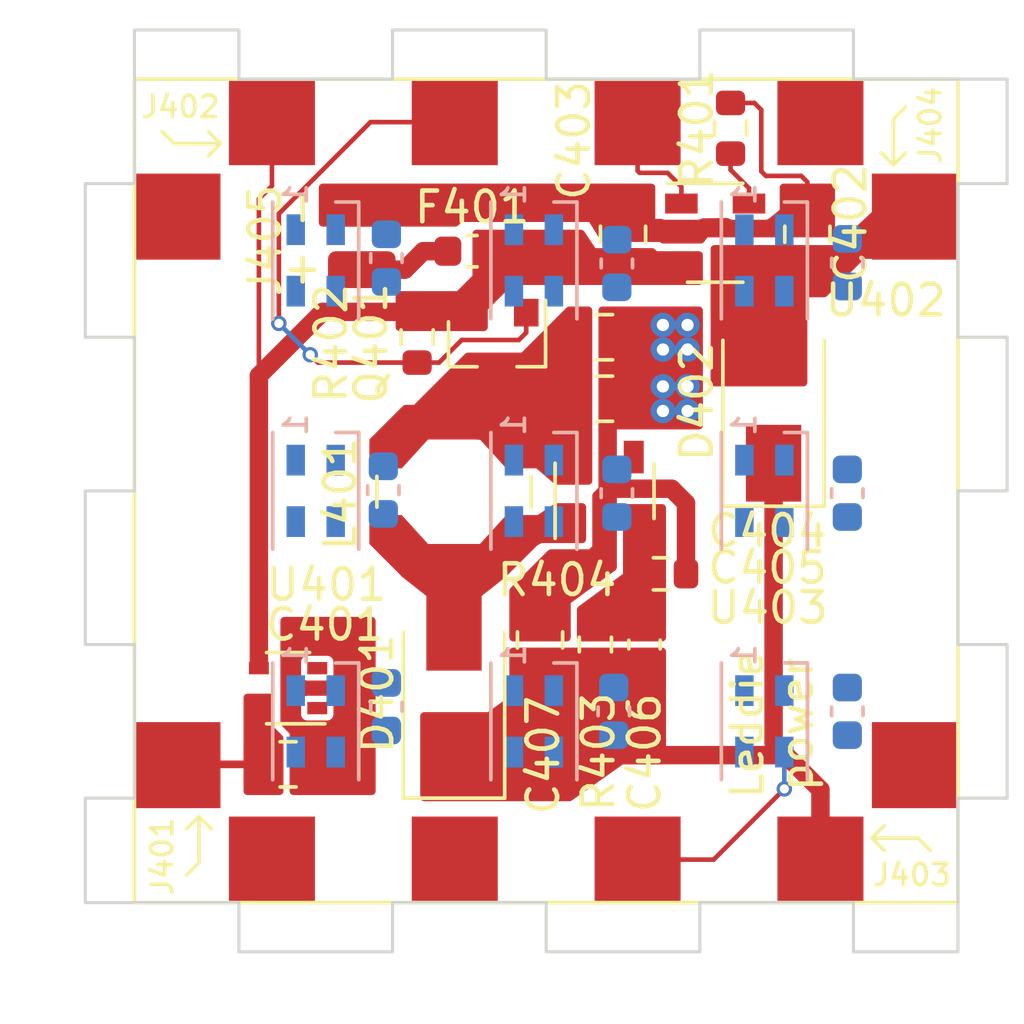
<source format=kicad_pcb>
(kicad_pcb (version 20171130) (host pcbnew 5.1.10)

  (general
    (thickness 1.6)
    (drawings 58)
    (tracks 76)
    (zones 0)
    (modules 42)
    (nets 26)
  )

  (page A4)
  (layers
    (0 F.Cu signal)
    (31 B.Cu signal)
    (32 B.Adhes user)
    (33 F.Adhes user)
    (34 B.Paste user)
    (35 F.Paste user)
    (36 B.SilkS user)
    (37 F.SilkS user)
    (38 B.Mask user)
    (39 F.Mask user)
    (40 Dwgs.User user)
    (41 Cmts.User user)
    (42 Eco1.User user)
    (43 Eco2.User user)
    (44 Edge.Cuts user)
    (45 Margin user)
    (46 B.CrtYd user)
    (47 F.CrtYd user)
    (48 B.Fab user)
    (49 F.Fab user)
  )

  (setup
    (last_trace_width 0.15)
    (trace_clearance 0.15)
    (zone_clearance 0.2)
    (zone_45_only no)
    (trace_min 0.15)
    (via_size 0.5)
    (via_drill 0.3)
    (via_min_size 0.4)
    (via_min_drill 0.3)
    (uvia_size 0.3)
    (uvia_drill 0.1)
    (uvias_allowed no)
    (uvia_min_size 0.2)
    (uvia_min_drill 0.1)
    (edge_width 0.1)
    (segment_width 0.2)
    (pcb_text_width 0.3)
    (pcb_text_size 1.5 1.5)
    (mod_edge_width 0.15)
    (mod_text_size 1 1)
    (mod_text_width 0.15)
    (pad_size 1.524 1.524)
    (pad_drill 0.762)
    (pad_to_mask_clearance 0)
    (aux_axis_origin 0 0)
    (visible_elements FFFFFF7F)
    (pcbplotparams
      (layerselection 0x010fc_ffffffff)
      (usegerberextensions false)
      (usegerberattributes true)
      (usegerberadvancedattributes true)
      (creategerberjobfile true)
      (excludeedgelayer true)
      (linewidth 0.100000)
      (plotframeref false)
      (viasonmask false)
      (mode 1)
      (useauxorigin false)
      (hpglpennumber 1)
      (hpglpenspeed 20)
      (hpglpendiameter 15.000000)
      (psnegative false)
      (psa4output false)
      (plotreference true)
      (plotvalue true)
      (plotinvisibletext false)
      (padsonsilk false)
      (subtractmaskfromsilk false)
      (outputformat 1)
      (mirror false)
      (drillshape 1)
      (scaleselection 1)
      (outputdirectory ""))
  )

  (net 0 "")
  (net 1 GND)
  (net 2 VCPU)
  (net 3 VBUS)
  (net 4 +BATT)
  (net 5 "Net-(C406-Pad2)")
  (net 6 VLED)
  (net 7 "Net-(D701-Pad1)")
  (net 8 /LED_DIN)
  (net 9 "Net-(D702-Pad1)")
  (net 10 "Net-(D702-Pad3)")
  (net 11 "Net-(D703-Pad1)")
  (net 12 "Net-(D703-Pad3)")
  (net 13 "Net-(D704-Pad1)")
  (net 14 "Net-(D705-Pad1)")
  (net 15 "Net-(D706-Pad1)")
  (net 16 /led_substring_power/DOUT)
  (net 17 /~VLED_EN)
  (net 18 /~CHG_ACTIVE)
  (net 19 "Net-(J403-Pad3)")
  (net 20 "Net-(R401-Pad1)")
  (net 21 "Net-(U401-Pad3)")
  (net 22 "Net-(U401-Pad1)")
  (net 23 /smps_vin)
  (net 24 /smps_sw)
  (net 25 /BP)

  (net_class Default "This is the default net class."
    (clearance 0.15)
    (trace_width 0.15)
    (via_dia 0.5)
    (via_drill 0.3)
    (uvia_dia 0.3)
    (uvia_drill 0.1)
    (add_net /LED_DIN)
    (add_net /led_substring_power/DOUT)
    (add_net /~CHG_ACTIVE)
    (add_net /~VLED_EN)
    (add_net "Net-(C406-Pad2)")
    (add_net "Net-(D701-Pad1)")
    (add_net "Net-(D702-Pad1)")
    (add_net "Net-(D702-Pad3)")
    (add_net "Net-(D703-Pad1)")
    (add_net "Net-(D703-Pad3)")
    (add_net "Net-(D704-Pad1)")
    (add_net "Net-(D705-Pad1)")
    (add_net "Net-(D706-Pad1)")
    (add_net "Net-(J403-Pad3)")
    (add_net "Net-(R401-Pad1)")
    (add_net "Net-(U401-Pad1)")
    (add_net "Net-(U401-Pad3)")
  )

  (net_class Power ""
    (clearance 0.15)
    (trace_width 0.25)
    (via_dia 0.8)
    (via_drill 0.4)
    (uvia_dia 0.3)
    (uvia_drill 0.1)
    (add_net +BATT)
    (add_net /BP)
    (add_net /smps_sw)
    (add_net /smps_vin)
    (add_net GND)
    (add_net VBUS)
    (add_net VCPU)
    (add_net VLED)
  )

  (module leddie_parts:battery_connector (layer F.Cu) (tedit 60BCAF8B) (tstamp 60BCE56F)
    (at 152.2 91.6 90)
    (descr "JST PH series connector, S2B-PH-K (http://www.jst-mfg.com/product/pdf/eng/ePH.pdf), generated with kicad-footprint-generator")
    (tags "connector JST PH top entry")
    (path /60435FAB)
    (fp_text reference J405 (at 0.95 -3.15 90) (layer F.SilkS)
      (effects (font (size 1 1) (thickness 0.15)))
    )
    (fp_text value Battery (at 1.5 2.9 90) (layer F.Fab)
      (effects (font (size 1 1) (thickness 0.15)))
    )
    (fp_text user - (at 2 -2 90) (layer F.SilkS)
      (effects (font (size 1 1) (thickness 0.15)))
    )
    (fp_text user + (at 0 -2 90) (layer F.SilkS)
      (effects (font (size 1 1) (thickness 0.15)))
    )
    (pad 2 smd roundrect (at 2 0 90) (size 1.2 2.2) (layers F.Cu F.Paste F.Mask) (roundrect_rratio 0.208)
      (net 1 GND))
    (pad 1 smd roundrect (at 0 0 90) (size 1.2 2.2) (layers F.Cu F.Paste F.Mask) (roundrect_rratio 0.208)
      (net 25 /BP))
  )

  (module Package_TO_SOT_SMD:SOT-23-5 (layer F.Cu) (tedit 5A02FF57) (tstamp 60BCAE37)
    (at 160.1 98.8 90)
    (descr "5-pin SOT23 package")
    (tags SOT-23-5)
    (path /60465C0F)
    (attr smd)
    (fp_text reference U403 (at -3.8 5.3 180) (layer F.SilkS)
      (effects (font (size 1 1) (thickness 0.15)))
    )
    (fp_text value LM2735 (at 0 2.9 90) (layer F.Fab)
      (effects (font (size 1 1) (thickness 0.15)))
    )
    (fp_line (start 0.9 -1.55) (end 0.9 1.55) (layer F.Fab) (width 0.1))
    (fp_line (start 0.9 1.55) (end -0.9 1.55) (layer F.Fab) (width 0.1))
    (fp_line (start -0.9 -0.9) (end -0.9 1.55) (layer F.Fab) (width 0.1))
    (fp_line (start 0.9 -1.55) (end -0.25 -1.55) (layer F.Fab) (width 0.1))
    (fp_line (start -0.9 -0.9) (end -0.25 -1.55) (layer F.Fab) (width 0.1))
    (fp_line (start -1.9 1.8) (end -1.9 -1.8) (layer F.CrtYd) (width 0.05))
    (fp_line (start 1.9 1.8) (end -1.9 1.8) (layer F.CrtYd) (width 0.05))
    (fp_line (start 1.9 -1.8) (end 1.9 1.8) (layer F.CrtYd) (width 0.05))
    (fp_line (start -1.9 -1.8) (end 1.9 -1.8) (layer F.CrtYd) (width 0.05))
    (fp_line (start 0.9 -1.61) (end -1.55 -1.61) (layer F.SilkS) (width 0.12))
    (fp_line (start -0.9 1.61) (end 0.9 1.61) (layer F.SilkS) (width 0.12))
    (fp_text user %R (at 0 0) (layer F.Fab)
      (effects (font (size 0.5 0.5) (thickness 0.075)))
    )
    (pad 5 smd rect (at 1.1 -0.95 90) (size 1.06 0.65) (layers F.Cu F.Paste F.Mask)
      (net 23 /smps_vin))
    (pad 4 smd rect (at 1.1 0.95 90) (size 1.06 0.65) (layers F.Cu F.Paste F.Mask)
      (net 23 /smps_vin))
    (pad 3 smd rect (at -1.1 0.95 90) (size 1.06 0.65) (layers F.Cu F.Paste F.Mask)
      (net 5 "Net-(C406-Pad2)"))
    (pad 2 smd rect (at -1.1 0 90) (size 1.06 0.65) (layers F.Cu F.Paste F.Mask)
      (net 1 GND))
    (pad 1 smd rect (at -1.1 -0.95 90) (size 1.06 0.65) (layers F.Cu F.Paste F.Mask)
      (net 24 /smps_sw))
    (model ${KISYS3DMOD}/Package_TO_SOT_SMD.3dshapes/SOT-23-5.wrl
      (at (xyz 0 0 0))
      (scale (xyz 1 1 1))
      (rotate (xyz 0 0 0))
    )
  )

  (module Package_TO_SOT_SMD:SOT-23-5 (layer F.Cu) (tedit 5A02FF57) (tstamp 60BCAE22)
    (at 163.7 90.4)
    (descr "5-pin SOT23 package")
    (tags SOT-23-5)
    (path /604354DC)
    (attr smd)
    (fp_text reference U402 (at 5.55 2.2) (layer F.SilkS)
      (effects (font (size 1 1) (thickness 0.15)))
    )
    (fp_text value MCP73832-2 (at 0 2.9) (layer F.Fab)
      (effects (font (size 1 1) (thickness 0.15)))
    )
    (fp_line (start 0.9 -1.55) (end 0.9 1.55) (layer F.Fab) (width 0.1))
    (fp_line (start 0.9 1.55) (end -0.9 1.55) (layer F.Fab) (width 0.1))
    (fp_line (start -0.9 -0.9) (end -0.9 1.55) (layer F.Fab) (width 0.1))
    (fp_line (start 0.9 -1.55) (end -0.25 -1.55) (layer F.Fab) (width 0.1))
    (fp_line (start -0.9 -0.9) (end -0.25 -1.55) (layer F.Fab) (width 0.1))
    (fp_line (start -1.9 1.8) (end -1.9 -1.8) (layer F.CrtYd) (width 0.05))
    (fp_line (start 1.9 1.8) (end -1.9 1.8) (layer F.CrtYd) (width 0.05))
    (fp_line (start 1.9 -1.8) (end 1.9 1.8) (layer F.CrtYd) (width 0.05))
    (fp_line (start -1.9 -1.8) (end 1.9 -1.8) (layer F.CrtYd) (width 0.05))
    (fp_line (start 0.9 -1.61) (end -1.55 -1.61) (layer F.SilkS) (width 0.12))
    (fp_line (start -0.9 1.61) (end 0.9 1.61) (layer F.SilkS) (width 0.12))
    (fp_text user %R (at 0 0 90) (layer F.Fab)
      (effects (font (size 0.5 0.5) (thickness 0.075)))
    )
    (pad 5 smd rect (at 1.1 -0.95) (size 1.06 0.65) (layers F.Cu F.Paste F.Mask)
      (net 20 "Net-(R401-Pad1)"))
    (pad 4 smd rect (at 1.1 0.95) (size 1.06 0.65) (layers F.Cu F.Paste F.Mask)
      (net 3 VBUS))
    (pad 3 smd rect (at -1.1 0.95) (size 1.06 0.65) (layers F.Cu F.Paste F.Mask)
      (net 4 +BATT))
    (pad 2 smd rect (at -1.1 0) (size 1.06 0.65) (layers F.Cu F.Paste F.Mask)
      (net 1 GND))
    (pad 1 smd rect (at -1.1 -0.95) (size 1.06 0.65) (layers F.Cu F.Paste F.Mask)
      (net 18 /~CHG_ACTIVE))
    (model ${KISYS3DMOD}/Package_TO_SOT_SMD.3dshapes/SOT-23-5.wrl
      (at (xyz 0 0 0))
      (scale (xyz 1 1 1))
      (rotate (xyz 0 0 0))
    )
  )

  (module Package_TO_SOT_SMD:SOT-353_SC-70-5 (layer F.Cu) (tedit 5A02FF57) (tstamp 60BCAE0D)
    (at 149.8 105.22 180)
    (descr "SOT-353, SC-70-5")
    (tags "SOT-353 SC-70-5")
    (path /605A11F4)
    (attr smd)
    (fp_text reference U401 (at -1.25 3.37) (layer F.SilkS)
      (effects (font (size 1 1) (thickness 0.15)))
    )
    (fp_text value TPS71533__SC70 (at 0 2 180) (layer F.Fab)
      (effects (font (size 1 1) (thickness 0.15)))
    )
    (fp_line (start -0.175 -1.1) (end -0.675 -0.6) (layer F.Fab) (width 0.1))
    (fp_line (start 0.675 1.1) (end -0.675 1.1) (layer F.Fab) (width 0.1))
    (fp_line (start 0.675 -1.1) (end 0.675 1.1) (layer F.Fab) (width 0.1))
    (fp_line (start -1.6 1.4) (end 1.6 1.4) (layer F.CrtYd) (width 0.05))
    (fp_line (start -0.675 -0.6) (end -0.675 1.1) (layer F.Fab) (width 0.1))
    (fp_line (start 0.675 -1.1) (end -0.175 -1.1) (layer F.Fab) (width 0.1))
    (fp_line (start -1.6 -1.4) (end 1.6 -1.4) (layer F.CrtYd) (width 0.05))
    (fp_line (start -1.6 -1.4) (end -1.6 1.4) (layer F.CrtYd) (width 0.05))
    (fp_line (start 1.6 1.4) (end 1.6 -1.4) (layer F.CrtYd) (width 0.05))
    (fp_line (start -0.7 1.16) (end 0.7 1.16) (layer F.SilkS) (width 0.12))
    (fp_line (start 0.7 -1.16) (end -1.2 -1.16) (layer F.SilkS) (width 0.12))
    (fp_text user %R (at 0 0 90) (layer F.Fab)
      (effects (font (size 0.5 0.5) (thickness 0.075)))
    )
    (pad 5 smd rect (at 0.95 -0.65 180) (size 0.65 0.4) (layers F.Cu F.Paste F.Mask)
      (net 2 VCPU))
    (pad 4 smd rect (at 0.95 0.65 180) (size 0.65 0.4) (layers F.Cu F.Paste F.Mask)
      (net 4 +BATT))
    (pad 2 smd rect (at -0.95 0 180) (size 0.65 0.4) (layers F.Cu F.Paste F.Mask)
      (net 1 GND))
    (pad 3 smd rect (at -0.95 0.65 180) (size 0.65 0.4) (layers F.Cu F.Paste F.Mask)
      (net 21 "Net-(U401-Pad3)"))
    (pad 1 smd rect (at -0.95 -0.65 180) (size 0.65 0.4) (layers F.Cu F.Paste F.Mask)
      (net 22 "Net-(U401-Pad1)"))
    (model ${KISYS3DMOD}/Package_TO_SOT_SMD.3dshapes/SOT-353_SC-70-5.wrl
      (at (xyz 0 0 0))
      (scale (xyz 1 1 1))
      (rotate (xyz 0 0 0))
    )
  )

  (module Resistor_SMD:R_0603_1608Metric (layer F.Cu) (tedit 5F68FEEE) (tstamp 60BD22EB)
    (at 161.925 101.5)
    (descr "Resistor SMD 0603 (1608 Metric), square (rectangular) end terminal, IPC_7351 nominal, (Body size source: IPC-SM-782 page 72, https://www.pcb-3d.com/wordpress/wp-content/uploads/ipc-sm-782a_amendment_1_and_2.pdf), generated with kicad-footprint-generator")
    (tags resistor)
    (path /6046A4BC)
    (attr smd)
    (fp_text reference R404 (at -3.375 0.2) (layer F.SilkS)
      (effects (font (size 1 1) (thickness 0.15)))
    )
    (fp_text value 10k (at 0 1.43) (layer F.Fab)
      (effects (font (size 1 1) (thickness 0.15)))
    )
    (fp_line (start 1.48 0.73) (end -1.48 0.73) (layer F.CrtYd) (width 0.05))
    (fp_line (start 1.48 -0.73) (end 1.48 0.73) (layer F.CrtYd) (width 0.05))
    (fp_line (start -1.48 -0.73) (end 1.48 -0.73) (layer F.CrtYd) (width 0.05))
    (fp_line (start -1.48 0.73) (end -1.48 -0.73) (layer F.CrtYd) (width 0.05))
    (fp_line (start -0.237258 0.5225) (end 0.237258 0.5225) (layer F.SilkS) (width 0.12))
    (fp_line (start -0.237258 -0.5225) (end 0.237258 -0.5225) (layer F.SilkS) (width 0.12))
    (fp_line (start 0.8 0.4125) (end -0.8 0.4125) (layer F.Fab) (width 0.1))
    (fp_line (start 0.8 -0.4125) (end 0.8 0.4125) (layer F.Fab) (width 0.1))
    (fp_line (start -0.8 -0.4125) (end 0.8 -0.4125) (layer F.Fab) (width 0.1))
    (fp_line (start -0.8 0.4125) (end -0.8 -0.4125) (layer F.Fab) (width 0.1))
    (fp_text user %R (at 0 0) (layer F.Fab)
      (effects (font (size 0.4 0.4) (thickness 0.06)))
    )
    (pad 2 smd roundrect (at 0.825 0) (size 0.8 0.95) (layers F.Cu F.Paste F.Mask) (roundrect_rratio 0.25)
      (net 1 GND))
    (pad 1 smd roundrect (at -0.825 0) (size 0.8 0.95) (layers F.Cu F.Paste F.Mask) (roundrect_rratio 0.25)
      (net 5 "Net-(C406-Pad2)"))
    (model ${KISYS3DMOD}/Resistor_SMD.3dshapes/R_0603_1608Metric.wrl
      (at (xyz 0 0 0))
      (scale (xyz 1 1 1))
      (rotate (xyz 0 0 0))
    )
  )

  (module Resistor_SMD:R_0603_1608Metric (layer F.Cu) (tedit 5F68FEEE) (tstamp 60BCADE7)
    (at 159.8 103.8 90)
    (descr "Resistor SMD 0603 (1608 Metric), square (rectangular) end terminal, IPC_7351 nominal, (Body size source: IPC-SM-782 page 72, https://www.pcb-3d.com/wordpress/wp-content/uploads/ipc-sm-782a_amendment_1_and_2.pdf), generated with kicad-footprint-generator")
    (tags resistor)
    (path /6046A01E)
    (attr smd)
    (fp_text reference R403 (at -3.5 0.1 90) (layer F.SilkS)
      (effects (font (size 1 1) (thickness 0.15)))
    )
    (fp_text value 26k (at 0 1.43 90) (layer F.Fab)
      (effects (font (size 1 1) (thickness 0.15)))
    )
    (fp_line (start 1.48 0.73) (end -1.48 0.73) (layer F.CrtYd) (width 0.05))
    (fp_line (start 1.48 -0.73) (end 1.48 0.73) (layer F.CrtYd) (width 0.05))
    (fp_line (start -1.48 -0.73) (end 1.48 -0.73) (layer F.CrtYd) (width 0.05))
    (fp_line (start -1.48 0.73) (end -1.48 -0.73) (layer F.CrtYd) (width 0.05))
    (fp_line (start -0.237258 0.5225) (end 0.237258 0.5225) (layer F.SilkS) (width 0.12))
    (fp_line (start -0.237258 -0.5225) (end 0.237258 -0.5225) (layer F.SilkS) (width 0.12))
    (fp_line (start 0.8 0.4125) (end -0.8 0.4125) (layer F.Fab) (width 0.1))
    (fp_line (start 0.8 -0.4125) (end 0.8 0.4125) (layer F.Fab) (width 0.1))
    (fp_line (start -0.8 -0.4125) (end 0.8 -0.4125) (layer F.Fab) (width 0.1))
    (fp_line (start -0.8 0.4125) (end -0.8 -0.4125) (layer F.Fab) (width 0.1))
    (fp_text user %R (at 0 0 90) (layer F.Fab)
      (effects (font (size 0.4 0.4) (thickness 0.06)))
    )
    (pad 2 smd roundrect (at 0.825 0 90) (size 0.8 0.95) (layers F.Cu F.Paste F.Mask) (roundrect_rratio 0.25)
      (net 5 "Net-(C406-Pad2)"))
    (pad 1 smd roundrect (at -0.825 0 90) (size 0.8 0.95) (layers F.Cu F.Paste F.Mask) (roundrect_rratio 0.25)
      (net 6 VLED))
    (model ${KISYS3DMOD}/Resistor_SMD.3dshapes/R_0603_1608Metric.wrl
      (at (xyz 0 0 0))
      (scale (xyz 1 1 1))
      (rotate (xyz 0 0 0))
    )
  )

  (module Resistor_SMD:R_0603_1608Metric (layer F.Cu) (tedit 5F68FEEE) (tstamp 60BCADD6)
    (at 154 93.8 90)
    (descr "Resistor SMD 0603 (1608 Metric), square (rectangular) end terminal, IPC_7351 nominal, (Body size source: IPC-SM-782 page 72, https://www.pcb-3d.com/wordpress/wp-content/uploads/ipc-sm-782a_amendment_1_and_2.pdf), generated with kicad-footprint-generator")
    (tags resistor)
    (path /604F2B02)
    (attr smd)
    (fp_text reference R402 (at -0.2 -2.8 90) (layer F.SilkS)
      (effects (font (size 1 1) (thickness 0.15)))
    )
    (fp_text value 10k (at 0 1.43 90) (layer F.Fab)
      (effects (font (size 1 1) (thickness 0.15)))
    )
    (fp_line (start 1.48 0.73) (end -1.48 0.73) (layer F.CrtYd) (width 0.05))
    (fp_line (start 1.48 -0.73) (end 1.48 0.73) (layer F.CrtYd) (width 0.05))
    (fp_line (start -1.48 -0.73) (end 1.48 -0.73) (layer F.CrtYd) (width 0.05))
    (fp_line (start -1.48 0.73) (end -1.48 -0.73) (layer F.CrtYd) (width 0.05))
    (fp_line (start -0.237258 0.5225) (end 0.237258 0.5225) (layer F.SilkS) (width 0.12))
    (fp_line (start -0.237258 -0.5225) (end 0.237258 -0.5225) (layer F.SilkS) (width 0.12))
    (fp_line (start 0.8 0.4125) (end -0.8 0.4125) (layer F.Fab) (width 0.1))
    (fp_line (start 0.8 -0.4125) (end 0.8 0.4125) (layer F.Fab) (width 0.1))
    (fp_line (start -0.8 -0.4125) (end 0.8 -0.4125) (layer F.Fab) (width 0.1))
    (fp_line (start -0.8 0.4125) (end -0.8 -0.4125) (layer F.Fab) (width 0.1))
    (fp_text user %R (at 0 0 90) (layer F.Fab)
      (effects (font (size 0.4 0.4) (thickness 0.06)))
    )
    (pad 2 smd roundrect (at 0.825 0 90) (size 0.8 0.95) (layers F.Cu F.Paste F.Mask) (roundrect_rratio 0.25)
      (net 4 +BATT))
    (pad 1 smd roundrect (at -0.825 0 90) (size 0.8 0.95) (layers F.Cu F.Paste F.Mask) (roundrect_rratio 0.25)
      (net 17 /~VLED_EN))
    (model ${KISYS3DMOD}/Resistor_SMD.3dshapes/R_0603_1608Metric.wrl
      (at (xyz 0 0 0))
      (scale (xyz 1 1 1))
      (rotate (xyz 0 0 0))
    )
  )

  (module Resistor_SMD:R_0603_1608Metric (layer F.Cu) (tedit 5F68FEEE) (tstamp 60BCD1DF)
    (at 164.2 87 90)
    (descr "Resistor SMD 0603 (1608 Metric), square (rectangular) end terminal, IPC_7351 nominal, (Body size source: IPC-SM-782 page 72, https://www.pcb-3d.com/wordpress/wp-content/uploads/ipc-sm-782a_amendment_1_and_2.pdf), generated with kicad-footprint-generator")
    (tags resistor)
    (path /6043E48C)
    (attr smd)
    (fp_text reference R401 (at 0 -1.1 90) (layer F.SilkS)
      (effects (font (size 1 1) (thickness 0.15)))
    )
    (fp_text value 4k7 (at 0 1.43 90) (layer F.Fab)
      (effects (font (size 1 1) (thickness 0.15)))
    )
    (fp_line (start 1.48 0.73) (end -1.48 0.73) (layer F.CrtYd) (width 0.05))
    (fp_line (start 1.48 -0.73) (end 1.48 0.73) (layer F.CrtYd) (width 0.05))
    (fp_line (start -1.48 -0.73) (end 1.48 -0.73) (layer F.CrtYd) (width 0.05))
    (fp_line (start -1.48 0.73) (end -1.48 -0.73) (layer F.CrtYd) (width 0.05))
    (fp_line (start -0.237258 0.5225) (end 0.237258 0.5225) (layer F.SilkS) (width 0.12))
    (fp_line (start -0.237258 -0.5225) (end 0.237258 -0.5225) (layer F.SilkS) (width 0.12))
    (fp_line (start 0.8 0.4125) (end -0.8 0.4125) (layer F.Fab) (width 0.1))
    (fp_line (start 0.8 -0.4125) (end 0.8 0.4125) (layer F.Fab) (width 0.1))
    (fp_line (start -0.8 -0.4125) (end 0.8 -0.4125) (layer F.Fab) (width 0.1))
    (fp_line (start -0.8 0.4125) (end -0.8 -0.4125) (layer F.Fab) (width 0.1))
    (fp_text user %R (at 0 0 90) (layer F.Fab)
      (effects (font (size 0.4 0.4) (thickness 0.06)))
    )
    (pad 2 smd roundrect (at 0.825 0 90) (size 0.8 0.95) (layers F.Cu F.Paste F.Mask) (roundrect_rratio 0.25)
      (net 1 GND))
    (pad 1 smd roundrect (at -0.825 0 90) (size 0.8 0.95) (layers F.Cu F.Paste F.Mask) (roundrect_rratio 0.25)
      (net 20 "Net-(R401-Pad1)"))
    (model ${KISYS3DMOD}/Resistor_SMD.3dshapes/R_0603_1608Metric.wrl
      (at (xyz 0 0 0))
      (scale (xyz 1 1 1))
      (rotate (xyz 0 0 0))
    )
  )

  (module Package_TO_SOT_SMD:SOT-23 (layer F.Cu) (tedit 5A02FF57) (tstamp 60BCADB4)
    (at 156.6 94 270)
    (descr "SOT-23, Standard")
    (tags SOT-23)
    (path /6050E25F)
    (attr smd)
    (fp_text reference Q401 (at 0 4.1 90) (layer F.SilkS)
      (effects (font (size 1 1) (thickness 0.15)))
    )
    (fp_text value NTR4171P (at 0 2.5 90) (layer F.Fab)
      (effects (font (size 1 1) (thickness 0.15)))
    )
    (fp_line (start 0.76 1.58) (end -0.7 1.58) (layer F.SilkS) (width 0.12))
    (fp_line (start 0.76 -1.58) (end -1.4 -1.58) (layer F.SilkS) (width 0.12))
    (fp_line (start -1.7 1.75) (end -1.7 -1.75) (layer F.CrtYd) (width 0.05))
    (fp_line (start 1.7 1.75) (end -1.7 1.75) (layer F.CrtYd) (width 0.05))
    (fp_line (start 1.7 -1.75) (end 1.7 1.75) (layer F.CrtYd) (width 0.05))
    (fp_line (start -1.7 -1.75) (end 1.7 -1.75) (layer F.CrtYd) (width 0.05))
    (fp_line (start 0.76 -1.58) (end 0.76 -0.65) (layer F.SilkS) (width 0.12))
    (fp_line (start 0.76 1.58) (end 0.76 0.65) (layer F.SilkS) (width 0.12))
    (fp_line (start -0.7 1.52) (end 0.7 1.52) (layer F.Fab) (width 0.1))
    (fp_line (start 0.7 -1.52) (end 0.7 1.52) (layer F.Fab) (width 0.1))
    (fp_line (start -0.7 -0.95) (end -0.15 -1.52) (layer F.Fab) (width 0.1))
    (fp_line (start -0.15 -1.52) (end 0.7 -1.52) (layer F.Fab) (width 0.1))
    (fp_line (start -0.7 -0.95) (end -0.7 1.5) (layer F.Fab) (width 0.1))
    (fp_text user %R (at 0 0) (layer F.Fab)
      (effects (font (size 0.5 0.5) (thickness 0.075)))
    )
    (pad 3 smd rect (at 1 0 270) (size 0.9 0.8) (layers F.Cu F.Paste F.Mask)
      (net 23 /smps_vin))
    (pad 2 smd rect (at -1 0.95 270) (size 0.9 0.8) (layers F.Cu F.Paste F.Mask)
      (net 4 +BATT))
    (pad 1 smd rect (at -1 -0.95 270) (size 0.9 0.8) (layers F.Cu F.Paste F.Mask)
      (net 17 /~VLED_EN))
    (model ${KISYS3DMOD}/Package_TO_SOT_SMD.3dshapes/SOT-23.wrl
      (at (xyz 0 0 0))
      (scale (xyz 1 1 1))
      (rotate (xyz 0 0 0))
    )
  )

  (module Inductor_SMD:L_Coilcraft_LPS5030 (layer F.Cu) (tedit 5C4CB0C4) (tstamp 60BCAD9F)
    (at 155.2 98.8275 270)
    (descr "Shielded Power Inductor SMD, Coilcraft LPS5030, https://www.coilcraft.com/pdfs/lps5030.pdf, StepUp generated footprint")
    (tags inductor)
    (path /60467AC9)
    (attr smd)
    (fp_text reference L401 (at 0.0725 3.7 90) (layer F.SilkS)
      (effects (font (size 1 1) (thickness 0.15)))
    )
    (fp_text value 33u (at 0 3.8 90) (layer F.Fab)
      (effects (font (size 0.8 0.8) (thickness 0.12)))
    )
    (fp_line (start -3.01 1.8) (end -3.01 -1.8) (layer F.CrtYd) (width 0.05))
    (fp_line (start -1.8 3.01) (end -3.01 1.8) (layer F.CrtYd) (width 0.05))
    (fp_line (start 1.8 3.01) (end -1.8 3.01) (layer F.CrtYd) (width 0.05))
    (fp_line (start 3.01 1.8) (end 1.8 3.01) (layer F.CrtYd) (width 0.05))
    (fp_line (start 3.01 -1.8) (end 3.01 1.8) (layer F.CrtYd) (width 0.05))
    (fp_line (start 1.8 -3.01) (end 3.01 -1.8) (layer F.CrtYd) (width 0.05))
    (fp_line (start -1.8 -3.01) (end 1.8 -3.01) (layer F.CrtYd) (width 0.05))
    (fp_line (start -3.01 -1.8) (end -1.8 -3.01) (layer F.CrtYd) (width 0.05))
    (fp_line (start -2.4 1.4) (end -1.4 2.4) (layer F.Fab) (width 0.1))
    (fp_line (start 2.4 1.4) (end 1.4 2.4) (layer F.Fab) (width 0.1))
    (fp_line (start 1.4 -2.4) (end 2.4 -1.4) (layer F.Fab) (width 0.1))
    (fp_line (start -2.4 -1.4) (end -1.4 -2.4) (layer F.Fab) (width 0.1))
    (fp_line (start -2.4 1.4) (end -2.4 -1.4) (layer F.Fab) (width 0.1))
    (fp_line (start 1.4 2.4) (end -1.4 2.4) (layer F.Fab) (width 0.1))
    (fp_line (start 2.4 -1.4) (end 2.4 1.4) (layer F.Fab) (width 0.1))
    (fp_line (start -1.4 -2.4) (end 1.4 -2.4) (layer F.Fab) (width 0.1))
    (fp_line (start -0.5 2.51) (end 0.5 2.51) (layer F.SilkS) (width 0.12))
    (fp_line (start -0.5 -2.51) (end 0.5 -2.51) (layer F.SilkS) (width 0.12))
    (fp_text user %R (at 0 0 90) (layer F.Fab)
      (effects (font (size 1 1) (thickness 0.15)))
    )
    (pad 2 smd custom (at 2.2275 0 270) (size 1.055 3.4) (layers F.Cu F.Paste F.Mask)
      (net 24 /smps_sw) (zone_connect 2)
      (options (clearance outline) (anchor rect))
      (primitives
        (gr_poly (pts
           (xy -1.4675 -1.7) (xy -0.5275 -0.8445) (xy -0.5275 0.8445) (xy -1.4675 1.7) (xy -1.4675 2.755)
           (xy -0.5275 2.755) (xy 0.5275 1.7) (xy 0.5275 -1.7) (xy -0.5275 -2.755) (xy -1.4675 -2.755)
) (width 0))
      ))
    (pad 1 smd custom (at -2.2275 0 270) (size 1.055 3.4) (layers F.Cu F.Paste F.Mask)
      (net 23 /smps_vin) (zone_connect 2)
      (options (clearance outline) (anchor rect))
      (primitives
        (gr_poly (pts
           (xy 1.4675 -1.7) (xy 0.5275 -0.8445) (xy 0.5275 0.8445) (xy 1.4675 1.7) (xy 1.4675 2.755)
           (xy 0.5275 2.755) (xy -0.5275 1.7) (xy -0.5275 -1.7) (xy 0.5275 -2.755) (xy 1.4675 -2.755)
) (width 0))
      ))
    (model ${KISYS3DMOD}/Inductor_SMD.3dshapes/L_Coilcraft_LPS5030.wrl
      (at (xyz 0 0 0))
      (scale (xyz 1 1 1))
      (rotate (xyz 0 0 0))
    )
  )

  (module leddie_parts:leddie_edgecon_lim (layer F.Cu) (tedit 604DDF45) (tstamp 60BCB5F8)
    (at 170.1 98.8)
    (path /60674455)
    (fp_text reference J404 (at 0.6 -11.9 90) (layer F.SilkS)
      (effects (font (size 0.7 0.7) (thickness 0.12)))
    )
    (fp_text value edgecon_right (at 2.5 6.3 90) (layer F.Fab)
      (effects (font (size 1 1) (thickness 0.15)))
    )
    (fp_line (start -0.6 -10.6) (end -0.2 -11) (layer F.SilkS) (width 0.12))
    (fp_line (start -0.6 -10.6) (end -1 -11) (layer F.SilkS) (width 0.12))
    (fp_line (start -0.6 -12.1) (end -0.6 -10.6) (layer F.SilkS) (width 0.12))
    (fp_line (start -0.2 -12.5) (end -0.6 -12.1) (layer F.SilkS) (width 0.12))
    (fp_line (start 1.5 -13.4) (end 1.5 13.4) (layer F.SilkS) (width 0.12))
    (fp_line (start 1.3 -13.4) (end 1.3 -10.4) (layer Cmts.User) (width 0.12))
    (fp_line (start 1.2 -10.4) (end 1.2 -7.45) (layer Cmts.User) (width 0.12))
    (fp_line (start 1.3 -7.45) (end 1.3 -4.45) (layer Cmts.User) (width 0.12))
    (fp_text user "2.95 mm pad, 3 mm spacing" (at 4.3 2.1 90) (layer Cmts.User) hide
      (effects (font (size 1 1) (thickness 0.15)))
    )
    (pad 4 smd rect (at 0.1 8.925) (size 2.8 2.8) (layers F.Cu F.Paste F.Mask)
      (net 1 GND))
    (pad 1 smd rect (at 0.1 -8.925) (size 2.8 2.8) (layers F.Cu F.Paste F.Mask)
      (net 3 VBUS))
  )

  (module leddie_parts:leddie_edgecon (layer F.Cu) (tedit 604DCD87) (tstamp 60BCAD48)
    (at 158.2 110.7 270)
    (path /60674467)
    (fp_text reference J403 (at 0.6 -11.9) (layer F.SilkS)
      (effects (font (size 0.7 0.7) (thickness 0.12)))
    )
    (fp_text value edgecon_bottom (at 2.5 7.6) (layer F.Fab)
      (effects (font (size 1 1) (thickness 0.15)))
    )
    (fp_line (start -0.6 -10.6) (end -0.2 -11) (layer F.SilkS) (width 0.12))
    (fp_line (start -0.6 -10.6) (end -1 -11) (layer F.SilkS) (width 0.12))
    (fp_line (start -0.6 -12.1) (end -0.6 -10.6) (layer F.SilkS) (width 0.12))
    (fp_line (start -0.2 -12.5) (end -0.6 -12.1) (layer F.SilkS) (width 0.12))
    (fp_line (start 1.5 -13.4) (end 1.5 13.4) (layer F.SilkS) (width 0.12))
    (fp_line (start 1.3 -13.4) (end 1.3 -10.4) (layer Cmts.User) (width 0.12))
    (fp_line (start 1.2 -10.4) (end 1.2 -7.45) (layer Cmts.User) (width 0.12))
    (fp_line (start 1.3 -7.45) (end 1.3 -4.45) (layer Cmts.User) (width 0.12))
    (fp_text user "2.95 mm pad, 3 mm spacing" (at 4.3 2.1) (layer Cmts.User) hide
      (effects (font (size 1 1) (thickness 0.15)))
    )
    (pad 3 smd rect (at 0.1 2.975 270) (size 2.8 2.8) (layers F.Cu F.Paste F.Mask)
      (net 19 "Net-(J403-Pad3)"))
    (pad 4 smd rect (at 0.1 8.925 270) (size 2.8 2.8) (layers F.Cu F.Paste F.Mask)
      (net 1 GND))
    (pad 2 smd rect (at 0.1 -2.975 270) (size 2.8 2.8) (layers F.Cu F.Paste F.Mask)
      (net 8 /LED_DIN))
    (pad 1 smd rect (at 0.1 -8.925 270) (size 2.8 2.8) (layers F.Cu F.Paste F.Mask)
      (net 6 VLED))
  )

  (module leddie_parts:leddie_edgecon (layer F.Cu) (tedit 604DCD87) (tstamp 60BCAD37)
    (at 158.2 86.9 90)
    (path /6067445B)
    (fp_text reference J402 (at 0.6 -11.9) (layer F.SilkS)
      (effects (font (size 0.7 0.7) (thickness 0.12)))
    )
    (fp_text value edgecon_top (at 2.5 7.6) (layer F.Fab)
      (effects (font (size 1 1) (thickness 0.15)))
    )
    (fp_line (start -0.6 -10.6) (end -0.2 -11) (layer F.SilkS) (width 0.12))
    (fp_line (start -0.6 -10.6) (end -1 -11) (layer F.SilkS) (width 0.12))
    (fp_line (start -0.6 -12.1) (end -0.6 -10.6) (layer F.SilkS) (width 0.12))
    (fp_line (start -0.2 -12.5) (end -0.6 -12.1) (layer F.SilkS) (width 0.12))
    (fp_line (start 1.5 -13.4) (end 1.5 13.4) (layer F.SilkS) (width 0.12))
    (fp_line (start 1.3 -13.4) (end 1.3 -10.4) (layer Cmts.User) (width 0.12))
    (fp_line (start 1.2 -10.4) (end 1.2 -7.45) (layer Cmts.User) (width 0.12))
    (fp_line (start 1.3 -7.45) (end 1.3 -4.45) (layer Cmts.User) (width 0.12))
    (fp_text user "2.95 mm pad, 3 mm spacing" (at 4.3 2.1) (layer Cmts.User) hide
      (effects (font (size 1 1) (thickness 0.15)))
    )
    (pad 3 smd rect (at 0.1 2.975 90) (size 2.8 2.8) (layers F.Cu F.Paste F.Mask)
      (net 18 /~CHG_ACTIVE))
    (pad 4 smd rect (at 0.1 8.925 90) (size 2.8 2.8) (layers F.Cu F.Paste F.Mask)
      (net 1 GND))
    (pad 2 smd rect (at 0.1 -2.975 90) (size 2.8 2.8) (layers F.Cu F.Paste F.Mask)
      (net 17 /~VLED_EN))
    (pad 1 smd rect (at 0.1 -8.925 90) (size 2.8 2.8) (layers F.Cu F.Paste F.Mask)
      (net 4 +BATT))
  )

  (module leddie_parts:leddie_edgecon_lim (layer F.Cu) (tedit 604DDF45) (tstamp 60BCAD26)
    (at 146.3 98.8 180)
    (path /60674461)
    (fp_text reference J401 (at 0.6 -11.9 90) (layer F.SilkS)
      (effects (font (size 0.7 0.7) (thickness 0.12)))
    )
    (fp_text value edgecon_left (at 2.5 6.3 90) (layer F.Fab)
      (effects (font (size 1 1) (thickness 0.15)))
    )
    (fp_line (start -0.6 -10.6) (end -0.2 -11) (layer F.SilkS) (width 0.12))
    (fp_line (start -0.6 -10.6) (end -1 -11) (layer F.SilkS) (width 0.12))
    (fp_line (start -0.6 -12.1) (end -0.6 -10.6) (layer F.SilkS) (width 0.12))
    (fp_line (start -0.2 -12.5) (end -0.6 -12.1) (layer F.SilkS) (width 0.12))
    (fp_line (start 1.5 -13.4) (end 1.5 13.4) (layer F.SilkS) (width 0.12))
    (fp_line (start 1.3 -13.4) (end 1.3 -10.4) (layer Cmts.User) (width 0.12))
    (fp_line (start 1.2 -10.4) (end 1.2 -7.45) (layer Cmts.User) (width 0.12))
    (fp_line (start 1.3 -7.45) (end 1.3 -4.45) (layer Cmts.User) (width 0.12))
    (fp_text user "2.95 mm pad, 3 mm spacing" (at 4.3 2.1 90) (layer Cmts.User) hide
      (effects (font (size 1 1) (thickness 0.15)))
    )
    (pad 4 smd rect (at 0.1 8.925 180) (size 2.8 2.8) (layers F.Cu F.Paste F.Mask)
      (net 1 GND))
    (pad 1 smd rect (at 0.1 -8.925 180) (size 2.8 2.8) (layers F.Cu F.Paste F.Mask)
      (net 2 VCPU))
  )

  (module Fuse:Fuse_0603_1608Metric (layer F.Cu) (tedit 5F68FEF1) (tstamp 60BD2912)
    (at 155.7875 91)
    (descr "Fuse SMD 0603 (1608 Metric), square (rectangular) end terminal, IPC_7351 nominal, (Body size source: http://www.tortai-tech.com/upload/download/2011102023233369053.pdf), generated with kicad-footprint-generator")
    (tags fuse)
    (path /6045FD58)
    (attr smd)
    (fp_text reference F401 (at 0 -1.43) (layer F.SilkS)
      (effects (font (size 1 1) (thickness 0.15)))
    )
    (fp_text value 2.5A (at 0 1.43) (layer F.Fab)
      (effects (font (size 1 1) (thickness 0.15)))
    )
    (fp_line (start 1.48 0.73) (end -1.48 0.73) (layer F.CrtYd) (width 0.05))
    (fp_line (start 1.48 -0.73) (end 1.48 0.73) (layer F.CrtYd) (width 0.05))
    (fp_line (start -1.48 -0.73) (end 1.48 -0.73) (layer F.CrtYd) (width 0.05))
    (fp_line (start -1.48 0.73) (end -1.48 -0.73) (layer F.CrtYd) (width 0.05))
    (fp_line (start -0.162779 0.51) (end 0.162779 0.51) (layer F.SilkS) (width 0.12))
    (fp_line (start -0.162779 -0.51) (end 0.162779 -0.51) (layer F.SilkS) (width 0.12))
    (fp_line (start 0.8 0.4) (end -0.8 0.4) (layer F.Fab) (width 0.1))
    (fp_line (start 0.8 -0.4) (end 0.8 0.4) (layer F.Fab) (width 0.1))
    (fp_line (start -0.8 -0.4) (end 0.8 -0.4) (layer F.Fab) (width 0.1))
    (fp_line (start -0.8 0.4) (end -0.8 -0.4) (layer F.Fab) (width 0.1))
    (fp_text user %R (at 0 0) (layer F.Fab)
      (effects (font (size 0.4 0.4) (thickness 0.06)))
    )
    (pad 2 smd roundrect (at 0.7875 0) (size 0.875 0.95) (layers F.Cu F.Paste F.Mask) (roundrect_rratio 0.25)
      (net 4 +BATT))
    (pad 1 smd roundrect (at -0.7875 0) (size 0.875 0.95) (layers F.Cu F.Paste F.Mask) (roundrect_rratio 0.25)
      (net 25 /BP))
    (model ${KISYS3DMOD}/Fuse.3dshapes/Fuse_0603_1608Metric.wrl
      (at (xyz 0 0 0))
      (scale (xyz 1 1 1))
      (rotate (xyz 0 0 0))
    )
  )

  (module LED_SMD:LED_SK6805_PLCC4_2.4x2.7mm_P1.3mm (layer B.Cu) (tedit 5AA4B1EE) (tstamp 60BCAD06)
    (at 150.7 91.3 270)
    (descr https://cdn-shop.adafruit.com/product-files/3484/3484_Datasheet.pdf)
    (tags "LED RGB NeoPixel Nano")
    (path /6058E11E/605D0E99)
    (attr smd)
    (fp_text reference D709 (at 0 2.2 90) (layer B.SilkS) hide
      (effects (font (size 1 1) (thickness 0.15)) (justify mirror))
    )
    (fp_text value SK6805 (at 0 -2.7 90) (layer B.Fab)
      (effects (font (size 1 1) (thickness 0.15)) (justify mirror))
    )
    (fp_circle (center 0 0) (end 0 1) (layer B.Fab) (width 0.1))
    (fp_line (start -1.9 -1.4) (end -1.9 -0.65) (layer B.SilkS) (width 0.12))
    (fp_line (start -1.9 -1.4) (end 1.9 -1.4) (layer B.SilkS) (width 0.12))
    (fp_line (start -1.9 1.4) (end 1.9 1.4) (layer B.SilkS) (width 0.12))
    (fp_line (start 1.35 1.2) (end -1.35 1.2) (layer B.Fab) (width 0.1))
    (fp_line (start 1.35 -1.2) (end 1.35 1.2) (layer B.Fab) (width 0.1))
    (fp_line (start -1.35 -1.2) (end 1.35 -1.2) (layer B.Fab) (width 0.1))
    (fp_line (start -1.35 1.2) (end -1.35 -1.2) (layer B.Fab) (width 0.1))
    (fp_line (start -1.35 -0.6) (end -0.75 -1.2) (layer B.Fab) (width 0.1))
    (fp_line (start -1.75 1.45) (end -1.75 -1.45) (layer B.CrtYd) (width 0.05))
    (fp_line (start -1.75 -1.45) (end 1.75 -1.45) (layer B.CrtYd) (width 0.05))
    (fp_line (start 1.75 -1.45) (end 1.75 1.45) (layer B.CrtYd) (width 0.05))
    (fp_line (start 1.75 1.45) (end -1.75 1.45) (layer B.CrtYd) (width 0.05))
    (fp_text user %R (at 0 0 90) (layer B.Fab)
      (effects (font (size 0.4 0.4) (thickness 0.08)) (justify mirror))
    )
    (fp_text user 1 (at -2.15 0.65 90) (layer B.SilkS)
      (effects (font (size 0.75 0.75) (thickness 0.12)) (justify mirror))
    )
    (pad 1 smd rect (at -1 0.65 270) (size 1 0.6) (layers B.Cu B.Paste B.Mask)
      (net 16 /led_substring_power/DOUT))
    (pad 2 smd rect (at -1 -0.65 270) (size 1 0.6) (layers B.Cu B.Paste B.Mask)
      (net 1 GND))
    (pad 4 smd rect (at 1 0.65 270) (size 1 0.6) (layers B.Cu B.Paste B.Mask)
      (net 6 VLED))
    (pad 3 smd rect (at 1 -0.65 270) (size 1 0.6) (layers B.Cu B.Paste B.Mask)
      (net 15 "Net-(D706-Pad1)"))
    (model ${KISYS3DMOD}/LED_SMD.3dshapes/LED_SK6805_PLCC4_2.4x2.7mm_P1.3mm.wrl
      (at (xyz 0 0 0))
      (scale (xyz 1 1 1))
      (rotate (xyz 0 0 0))
    )
  )

  (module LED_SMD:LED_SK6805_PLCC4_2.4x2.7mm_P1.3mm (layer B.Cu) (tedit 5AA4B1EE) (tstamp 60BD2BBB)
    (at 157.8 106.3 270)
    (descr https://cdn-shop.adafruit.com/product-files/3484/3484_Datasheet.pdf)
    (tags "LED RGB NeoPixel Nano")
    (path /6058E11E/605BB090)
    (attr smd)
    (fp_text reference D708 (at 0 2.2 90) (layer B.SilkS) hide
      (effects (font (size 1 1) (thickness 0.15)) (justify mirror))
    )
    (fp_text value SK6805 (at 0 -2.7 90) (layer B.Fab)
      (effects (font (size 1 1) (thickness 0.15)) (justify mirror))
    )
    (fp_circle (center 0 0) (end 0 1) (layer B.Fab) (width 0.1))
    (fp_line (start -1.9 -1.4) (end -1.9 -0.65) (layer B.SilkS) (width 0.12))
    (fp_line (start -1.9 -1.4) (end 1.9 -1.4) (layer B.SilkS) (width 0.12))
    (fp_line (start -1.9 1.4) (end 1.9 1.4) (layer B.SilkS) (width 0.12))
    (fp_line (start 1.35 1.2) (end -1.35 1.2) (layer B.Fab) (width 0.1))
    (fp_line (start 1.35 -1.2) (end 1.35 1.2) (layer B.Fab) (width 0.1))
    (fp_line (start -1.35 -1.2) (end 1.35 -1.2) (layer B.Fab) (width 0.1))
    (fp_line (start -1.35 1.2) (end -1.35 -1.2) (layer B.Fab) (width 0.1))
    (fp_line (start -1.35 -0.6) (end -0.75 -1.2) (layer B.Fab) (width 0.1))
    (fp_line (start -1.75 1.45) (end -1.75 -1.45) (layer B.CrtYd) (width 0.05))
    (fp_line (start -1.75 -1.45) (end 1.75 -1.45) (layer B.CrtYd) (width 0.05))
    (fp_line (start 1.75 -1.45) (end 1.75 1.45) (layer B.CrtYd) (width 0.05))
    (fp_line (start 1.75 1.45) (end -1.75 1.45) (layer B.CrtYd) (width 0.05))
    (fp_text user %R (at 0 0 90) (layer B.Fab)
      (effects (font (size 0.4 0.4) (thickness 0.08)) (justify mirror))
    )
    (fp_text user 1 (at -2.15 0.65 90) (layer B.SilkS)
      (effects (font (size 0.75 0.75) (thickness 0.12)) (justify mirror))
    )
    (pad 1 smd rect (at -1 0.65 270) (size 1 0.6) (layers B.Cu B.Paste B.Mask)
      (net 12 "Net-(D703-Pad3)"))
    (pad 2 smd rect (at -1 -0.65 270) (size 1 0.6) (layers B.Cu B.Paste B.Mask)
      (net 1 GND))
    (pad 4 smd rect (at 1 0.65 270) (size 1 0.6) (layers B.Cu B.Paste B.Mask)
      (net 6 VLED))
    (pad 3 smd rect (at 1 -0.65 270) (size 1 0.6) (layers B.Cu B.Paste B.Mask)
      (net 14 "Net-(D705-Pad1)"))
    (model ${KISYS3DMOD}/LED_SMD.3dshapes/LED_SK6805_PLCC4_2.4x2.7mm_P1.3mm.wrl
      (at (xyz 0 0 0))
      (scale (xyz 1 1 1))
      (rotate (xyz 0 0 0))
    )
  )

  (module LED_SMD:LED_SK6805_PLCC4_2.4x2.7mm_P1.3mm (layer B.Cu) (tedit 5AA4B1EE) (tstamp 60BD2EAE)
    (at 165.3 91.3 270)
    (descr https://cdn-shop.adafruit.com/product-files/3484/3484_Datasheet.pdf)
    (tags "LED RGB NeoPixel Nano")
    (path /6058E11E/6059DA5A)
    (attr smd)
    (fp_text reference D707 (at 0 2.2 90) (layer B.SilkS) hide
      (effects (font (size 1 1) (thickness 0.15)) (justify mirror))
    )
    (fp_text value SK6805 (at 0 -2.7 90) (layer B.Fab)
      (effects (font (size 1 1) (thickness 0.15)) (justify mirror))
    )
    (fp_circle (center 0 0) (end 0 1) (layer B.Fab) (width 0.1))
    (fp_line (start -1.9 -1.4) (end -1.9 -0.65) (layer B.SilkS) (width 0.12))
    (fp_line (start -1.9 -1.4) (end 1.9 -1.4) (layer B.SilkS) (width 0.12))
    (fp_line (start -1.9 1.4) (end 1.9 1.4) (layer B.SilkS) (width 0.12))
    (fp_line (start 1.35 1.2) (end -1.35 1.2) (layer B.Fab) (width 0.1))
    (fp_line (start 1.35 -1.2) (end 1.35 1.2) (layer B.Fab) (width 0.1))
    (fp_line (start -1.35 -1.2) (end 1.35 -1.2) (layer B.Fab) (width 0.1))
    (fp_line (start -1.35 1.2) (end -1.35 -1.2) (layer B.Fab) (width 0.1))
    (fp_line (start -1.35 -0.6) (end -0.75 -1.2) (layer B.Fab) (width 0.1))
    (fp_line (start -1.75 1.45) (end -1.75 -1.45) (layer B.CrtYd) (width 0.05))
    (fp_line (start -1.75 -1.45) (end 1.75 -1.45) (layer B.CrtYd) (width 0.05))
    (fp_line (start 1.75 -1.45) (end 1.75 1.45) (layer B.CrtYd) (width 0.05))
    (fp_line (start 1.75 1.45) (end -1.75 1.45) (layer B.CrtYd) (width 0.05))
    (fp_text user %R (at 0 0 90) (layer B.Fab)
      (effects (font (size 0.4 0.4) (thickness 0.08)) (justify mirror))
    )
    (fp_text user 1 (at -2.15 0.65 90) (layer B.SilkS)
      (effects (font (size 0.75 0.75) (thickness 0.12)) (justify mirror))
    )
    (pad 1 smd rect (at -1 0.65 270) (size 1 0.6) (layers B.Cu B.Paste B.Mask)
      (net 10 "Net-(D702-Pad3)"))
    (pad 2 smd rect (at -1 -0.65 270) (size 1 0.6) (layers B.Cu B.Paste B.Mask)
      (net 1 GND))
    (pad 4 smd rect (at 1 0.65 270) (size 1 0.6) (layers B.Cu B.Paste B.Mask)
      (net 6 VLED))
    (pad 3 smd rect (at 1 -0.65 270) (size 1 0.6) (layers B.Cu B.Paste B.Mask)
      (net 13 "Net-(D704-Pad1)"))
    (model ${KISYS3DMOD}/LED_SMD.3dshapes/LED_SK6805_PLCC4_2.4x2.7mm_P1.3mm.wrl
      (at (xyz 0 0 0))
      (scale (xyz 1 1 1))
      (rotate (xyz 0 0 0))
    )
  )

  (module LED_SMD:LED_SK6805_PLCC4_2.4x2.7mm_P1.3mm (layer B.Cu) (tedit 5AA4B1EE) (tstamp 60BCACC1)
    (at 150.7 98.8 270)
    (descr https://cdn-shop.adafruit.com/product-files/3484/3484_Datasheet.pdf)
    (tags "LED RGB NeoPixel Nano")
    (path /6058E11E/605D0E75)
    (attr smd)
    (fp_text reference D706 (at 0 2.2 90) (layer B.SilkS) hide
      (effects (font (size 1 1) (thickness 0.15)) (justify mirror))
    )
    (fp_text value SK6805 (at 0 -2.7 90) (layer B.Fab)
      (effects (font (size 1 1) (thickness 0.15)) (justify mirror))
    )
    (fp_circle (center 0 0) (end 0 1) (layer B.Fab) (width 0.1))
    (fp_line (start -1.9 -1.4) (end -1.9 -0.65) (layer B.SilkS) (width 0.12))
    (fp_line (start -1.9 -1.4) (end 1.9 -1.4) (layer B.SilkS) (width 0.12))
    (fp_line (start -1.9 1.4) (end 1.9 1.4) (layer B.SilkS) (width 0.12))
    (fp_line (start 1.35 1.2) (end -1.35 1.2) (layer B.Fab) (width 0.1))
    (fp_line (start 1.35 -1.2) (end 1.35 1.2) (layer B.Fab) (width 0.1))
    (fp_line (start -1.35 -1.2) (end 1.35 -1.2) (layer B.Fab) (width 0.1))
    (fp_line (start -1.35 1.2) (end -1.35 -1.2) (layer B.Fab) (width 0.1))
    (fp_line (start -1.35 -0.6) (end -0.75 -1.2) (layer B.Fab) (width 0.1))
    (fp_line (start -1.75 1.45) (end -1.75 -1.45) (layer B.CrtYd) (width 0.05))
    (fp_line (start -1.75 -1.45) (end 1.75 -1.45) (layer B.CrtYd) (width 0.05))
    (fp_line (start 1.75 -1.45) (end 1.75 1.45) (layer B.CrtYd) (width 0.05))
    (fp_line (start 1.75 1.45) (end -1.75 1.45) (layer B.CrtYd) (width 0.05))
    (fp_text user %R (at 0 0 90) (layer B.Fab)
      (effects (font (size 0.4 0.4) (thickness 0.08)) (justify mirror))
    )
    (fp_text user 1 (at -2.15 0.65 90) (layer B.SilkS)
      (effects (font (size 0.75 0.75) (thickness 0.12)) (justify mirror))
    )
    (pad 1 smd rect (at -1 0.65 270) (size 1 0.6) (layers B.Cu B.Paste B.Mask)
      (net 15 "Net-(D706-Pad1)"))
    (pad 2 smd rect (at -1 -0.65 270) (size 1 0.6) (layers B.Cu B.Paste B.Mask)
      (net 1 GND))
    (pad 4 smd rect (at 1 0.65 270) (size 1 0.6) (layers B.Cu B.Paste B.Mask)
      (net 6 VLED))
    (pad 3 smd rect (at 1 -0.65 270) (size 1 0.6) (layers B.Cu B.Paste B.Mask)
      (net 11 "Net-(D703-Pad1)"))
    (model ${KISYS3DMOD}/LED_SMD.3dshapes/LED_SK6805_PLCC4_2.4x2.7mm_P1.3mm.wrl
      (at (xyz 0 0 0))
      (scale (xyz 1 1 1))
      (rotate (xyz 0 0 0))
    )
  )

  (module LED_SMD:LED_SK6805_PLCC4_2.4x2.7mm_P1.3mm (layer B.Cu) (tedit 5AA4B1EE) (tstamp 60BCACAA)
    (at 157.8 98.8 270)
    (descr https://cdn-shop.adafruit.com/product-files/3484/3484_Datasheet.pdf)
    (tags "LED RGB NeoPixel Nano")
    (path /6058E11E/605BB06C)
    (attr smd)
    (fp_text reference D705 (at 0 2.2 90) (layer B.SilkS) hide
      (effects (font (size 1 1) (thickness 0.15)) (justify mirror))
    )
    (fp_text value SK6805 (at 0 -2.7 90) (layer B.Fab)
      (effects (font (size 1 1) (thickness 0.15)) (justify mirror))
    )
    (fp_circle (center 0 0) (end 0 1) (layer B.Fab) (width 0.1))
    (fp_line (start -1.9 -1.4) (end -1.9 -0.65) (layer B.SilkS) (width 0.12))
    (fp_line (start -1.9 -1.4) (end 1.9 -1.4) (layer B.SilkS) (width 0.12))
    (fp_line (start -1.9 1.4) (end 1.9 1.4) (layer B.SilkS) (width 0.12))
    (fp_line (start 1.35 1.2) (end -1.35 1.2) (layer B.Fab) (width 0.1))
    (fp_line (start 1.35 -1.2) (end 1.35 1.2) (layer B.Fab) (width 0.1))
    (fp_line (start -1.35 -1.2) (end 1.35 -1.2) (layer B.Fab) (width 0.1))
    (fp_line (start -1.35 1.2) (end -1.35 -1.2) (layer B.Fab) (width 0.1))
    (fp_line (start -1.35 -0.6) (end -0.75 -1.2) (layer B.Fab) (width 0.1))
    (fp_line (start -1.75 1.45) (end -1.75 -1.45) (layer B.CrtYd) (width 0.05))
    (fp_line (start -1.75 -1.45) (end 1.75 -1.45) (layer B.CrtYd) (width 0.05))
    (fp_line (start 1.75 -1.45) (end 1.75 1.45) (layer B.CrtYd) (width 0.05))
    (fp_line (start 1.75 1.45) (end -1.75 1.45) (layer B.CrtYd) (width 0.05))
    (fp_text user %R (at 0 0 90) (layer B.Fab)
      (effects (font (size 0.4 0.4) (thickness 0.08)) (justify mirror))
    )
    (fp_text user 1 (at -2.15 0.65 90) (layer B.SilkS)
      (effects (font (size 0.75 0.75) (thickness 0.12)) (justify mirror))
    )
    (pad 1 smd rect (at -1 0.65 270) (size 1 0.6) (layers B.Cu B.Paste B.Mask)
      (net 14 "Net-(D705-Pad1)"))
    (pad 2 smd rect (at -1 -0.65 270) (size 1 0.6) (layers B.Cu B.Paste B.Mask)
      (net 1 GND))
    (pad 4 smd rect (at 1 0.65 270) (size 1 0.6) (layers B.Cu B.Paste B.Mask)
      (net 6 VLED))
    (pad 3 smd rect (at 1 -0.65 270) (size 1 0.6) (layers B.Cu B.Paste B.Mask)
      (net 9 "Net-(D702-Pad1)"))
    (model ${KISYS3DMOD}/LED_SMD.3dshapes/LED_SK6805_PLCC4_2.4x2.7mm_P1.3mm.wrl
      (at (xyz 0 0 0))
      (scale (xyz 1 1 1))
      (rotate (xyz 0 0 0))
    )
  )

  (module LED_SMD:LED_SK6805_PLCC4_2.4x2.7mm_P1.3mm (layer B.Cu) (tedit 5AA4B1EE) (tstamp 60BD2771)
    (at 165.3 98.8 270)
    (descr https://cdn-shop.adafruit.com/product-files/3484/3484_Datasheet.pdf)
    (tags "LED RGB NeoPixel Nano")
    (path /6058E11E/6059476D)
    (attr smd)
    (fp_text reference D704 (at 0 2.2 90) (layer B.SilkS) hide
      (effects (font (size 1 1) (thickness 0.15)) (justify mirror))
    )
    (fp_text value SK6805 (at 0 -2.7 90) (layer B.Fab)
      (effects (font (size 1 1) (thickness 0.15)) (justify mirror))
    )
    (fp_circle (center 0 0) (end 0 1) (layer B.Fab) (width 0.1))
    (fp_line (start -1.9 -1.4) (end -1.9 -0.65) (layer B.SilkS) (width 0.12))
    (fp_line (start -1.9 -1.4) (end 1.9 -1.4) (layer B.SilkS) (width 0.12))
    (fp_line (start -1.9 1.4) (end 1.9 1.4) (layer B.SilkS) (width 0.12))
    (fp_line (start 1.35 1.2) (end -1.35 1.2) (layer B.Fab) (width 0.1))
    (fp_line (start 1.35 -1.2) (end 1.35 1.2) (layer B.Fab) (width 0.1))
    (fp_line (start -1.35 -1.2) (end 1.35 -1.2) (layer B.Fab) (width 0.1))
    (fp_line (start -1.35 1.2) (end -1.35 -1.2) (layer B.Fab) (width 0.1))
    (fp_line (start -1.35 -0.6) (end -0.75 -1.2) (layer B.Fab) (width 0.1))
    (fp_line (start -1.75 1.45) (end -1.75 -1.45) (layer B.CrtYd) (width 0.05))
    (fp_line (start -1.75 -1.45) (end 1.75 -1.45) (layer B.CrtYd) (width 0.05))
    (fp_line (start 1.75 -1.45) (end 1.75 1.45) (layer B.CrtYd) (width 0.05))
    (fp_line (start 1.75 1.45) (end -1.75 1.45) (layer B.CrtYd) (width 0.05))
    (fp_text user %R (at 0 0 90) (layer B.Fab)
      (effects (font (size 0.4 0.4) (thickness 0.08)) (justify mirror))
    )
    (fp_text user 1 (at -2.15 0.65 90) (layer B.SilkS)
      (effects (font (size 0.75 0.75) (thickness 0.12)) (justify mirror))
    )
    (pad 1 smd rect (at -1 0.65 270) (size 1 0.6) (layers B.Cu B.Paste B.Mask)
      (net 13 "Net-(D704-Pad1)"))
    (pad 2 smd rect (at -1 -0.65 270) (size 1 0.6) (layers B.Cu B.Paste B.Mask)
      (net 1 GND))
    (pad 4 smd rect (at 1 0.65 270) (size 1 0.6) (layers B.Cu B.Paste B.Mask)
      (net 6 VLED))
    (pad 3 smd rect (at 1 -0.65 270) (size 1 0.6) (layers B.Cu B.Paste B.Mask)
      (net 7 "Net-(D701-Pad1)"))
    (model ${KISYS3DMOD}/LED_SMD.3dshapes/LED_SK6805_PLCC4_2.4x2.7mm_P1.3mm.wrl
      (at (xyz 0 0 0))
      (scale (xyz 1 1 1))
      (rotate (xyz 0 0 0))
    )
  )

  (module LED_SMD:LED_SK6805_PLCC4_2.4x2.7mm_P1.3mm (layer B.Cu) (tedit 5AA4B1EE) (tstamp 60BCAC7C)
    (at 150.7 106.3 270)
    (descr https://cdn-shop.adafruit.com/product-files/3484/3484_Datasheet.pdf)
    (tags "LED RGB NeoPixel Nano")
    (path /6058E11E/605D0D05)
    (attr smd)
    (fp_text reference D703 (at 0 2.2 90) (layer B.SilkS) hide
      (effects (font (size 1 1) (thickness 0.15)) (justify mirror))
    )
    (fp_text value SK6805 (at 0 -2.7 90) (layer B.Fab)
      (effects (font (size 1 1) (thickness 0.15)) (justify mirror))
    )
    (fp_circle (center 0 0) (end 0 1) (layer B.Fab) (width 0.1))
    (fp_line (start -1.9 -1.4) (end -1.9 -0.65) (layer B.SilkS) (width 0.12))
    (fp_line (start -1.9 -1.4) (end 1.9 -1.4) (layer B.SilkS) (width 0.12))
    (fp_line (start -1.9 1.4) (end 1.9 1.4) (layer B.SilkS) (width 0.12))
    (fp_line (start 1.35 1.2) (end -1.35 1.2) (layer B.Fab) (width 0.1))
    (fp_line (start 1.35 -1.2) (end 1.35 1.2) (layer B.Fab) (width 0.1))
    (fp_line (start -1.35 -1.2) (end 1.35 -1.2) (layer B.Fab) (width 0.1))
    (fp_line (start -1.35 1.2) (end -1.35 -1.2) (layer B.Fab) (width 0.1))
    (fp_line (start -1.35 -0.6) (end -0.75 -1.2) (layer B.Fab) (width 0.1))
    (fp_line (start -1.75 1.45) (end -1.75 -1.45) (layer B.CrtYd) (width 0.05))
    (fp_line (start -1.75 -1.45) (end 1.75 -1.45) (layer B.CrtYd) (width 0.05))
    (fp_line (start 1.75 -1.45) (end 1.75 1.45) (layer B.CrtYd) (width 0.05))
    (fp_line (start 1.75 1.45) (end -1.75 1.45) (layer B.CrtYd) (width 0.05))
    (fp_text user %R (at 0 0 90) (layer B.Fab)
      (effects (font (size 0.4 0.4) (thickness 0.08)) (justify mirror))
    )
    (fp_text user 1 (at -2.15 0.65 90) (layer B.SilkS)
      (effects (font (size 0.75 0.75) (thickness 0.12)) (justify mirror))
    )
    (pad 1 smd rect (at -1 0.65 270) (size 1 0.6) (layers B.Cu B.Paste B.Mask)
      (net 11 "Net-(D703-Pad1)"))
    (pad 2 smd rect (at -1 -0.65 270) (size 1 0.6) (layers B.Cu B.Paste B.Mask)
      (net 1 GND))
    (pad 4 smd rect (at 1 0.65 270) (size 1 0.6) (layers B.Cu B.Paste B.Mask)
      (net 6 VLED))
    (pad 3 smd rect (at 1 -0.65 270) (size 1 0.6) (layers B.Cu B.Paste B.Mask)
      (net 12 "Net-(D703-Pad3)"))
    (model ${KISYS3DMOD}/LED_SMD.3dshapes/LED_SK6805_PLCC4_2.4x2.7mm_P1.3mm.wrl
      (at (xyz 0 0 0))
      (scale (xyz 1 1 1))
      (rotate (xyz 0 0 0))
    )
  )

  (module LED_SMD:LED_SK6805_PLCC4_2.4x2.7mm_P1.3mm (layer B.Cu) (tedit 5AA4B1EE) (tstamp 60BCAC65)
    (at 157.8 91.3 270)
    (descr https://cdn-shop.adafruit.com/product-files/3484/3484_Datasheet.pdf)
    (tags "LED RGB NeoPixel Nano")
    (path /6058E11E/605BAFB0)
    (attr smd)
    (fp_text reference D702 (at 0 2.2 90) (layer B.SilkS) hide
      (effects (font (size 1 1) (thickness 0.15)) (justify mirror))
    )
    (fp_text value SK6805 (at 0 -2.7 90) (layer B.Fab)
      (effects (font (size 1 1) (thickness 0.15)) (justify mirror))
    )
    (fp_circle (center 0 0) (end 0 1) (layer B.Fab) (width 0.1))
    (fp_line (start -1.9 -1.4) (end -1.9 -0.65) (layer B.SilkS) (width 0.12))
    (fp_line (start -1.9 -1.4) (end 1.9 -1.4) (layer B.SilkS) (width 0.12))
    (fp_line (start -1.9 1.4) (end 1.9 1.4) (layer B.SilkS) (width 0.12))
    (fp_line (start 1.35 1.2) (end -1.35 1.2) (layer B.Fab) (width 0.1))
    (fp_line (start 1.35 -1.2) (end 1.35 1.2) (layer B.Fab) (width 0.1))
    (fp_line (start -1.35 -1.2) (end 1.35 -1.2) (layer B.Fab) (width 0.1))
    (fp_line (start -1.35 1.2) (end -1.35 -1.2) (layer B.Fab) (width 0.1))
    (fp_line (start -1.35 -0.6) (end -0.75 -1.2) (layer B.Fab) (width 0.1))
    (fp_line (start -1.75 1.45) (end -1.75 -1.45) (layer B.CrtYd) (width 0.05))
    (fp_line (start -1.75 -1.45) (end 1.75 -1.45) (layer B.CrtYd) (width 0.05))
    (fp_line (start 1.75 -1.45) (end 1.75 1.45) (layer B.CrtYd) (width 0.05))
    (fp_line (start 1.75 1.45) (end -1.75 1.45) (layer B.CrtYd) (width 0.05))
    (fp_text user %R (at 0 0 90) (layer B.Fab)
      (effects (font (size 0.4 0.4) (thickness 0.08)) (justify mirror))
    )
    (fp_text user 1 (at -2.15 0.65 90) (layer B.SilkS)
      (effects (font (size 0.75 0.75) (thickness 0.12)) (justify mirror))
    )
    (pad 1 smd rect (at -1 0.65 270) (size 1 0.6) (layers B.Cu B.Paste B.Mask)
      (net 9 "Net-(D702-Pad1)"))
    (pad 2 smd rect (at -1 -0.65 270) (size 1 0.6) (layers B.Cu B.Paste B.Mask)
      (net 1 GND))
    (pad 4 smd rect (at 1 0.65 270) (size 1 0.6) (layers B.Cu B.Paste B.Mask)
      (net 6 VLED))
    (pad 3 smd rect (at 1 -0.65 270) (size 1 0.6) (layers B.Cu B.Paste B.Mask)
      (net 10 "Net-(D702-Pad3)"))
    (model ${KISYS3DMOD}/LED_SMD.3dshapes/LED_SK6805_PLCC4_2.4x2.7mm_P1.3mm.wrl
      (at (xyz 0 0 0))
      (scale (xyz 1 1 1))
      (rotate (xyz 0 0 0))
    )
  )

  (module LED_SMD:LED_SK6805_PLCC4_2.4x2.7mm_P1.3mm (layer B.Cu) (tedit 5AA4B1EE) (tstamp 60BCAC4E)
    (at 165.3 106.3 270)
    (descr https://cdn-shop.adafruit.com/product-files/3484/3484_Datasheet.pdf)
    (tags "LED RGB NeoPixel Nano")
    (path /6058E11E/6058F359)
    (attr smd)
    (fp_text reference D701 (at 0 2.2 90) (layer B.SilkS) hide
      (effects (font (size 1 1) (thickness 0.15)) (justify mirror))
    )
    (fp_text value SK6805 (at 0 -2.7 90) (layer B.Fab)
      (effects (font (size 1 1) (thickness 0.15)) (justify mirror))
    )
    (fp_circle (center 0 0) (end 0 1) (layer B.Fab) (width 0.1))
    (fp_line (start -1.9 -1.4) (end -1.9 -0.65) (layer B.SilkS) (width 0.12))
    (fp_line (start -1.9 -1.4) (end 1.9 -1.4) (layer B.SilkS) (width 0.12))
    (fp_line (start -1.9 1.4) (end 1.9 1.4) (layer B.SilkS) (width 0.12))
    (fp_line (start 1.35 1.2) (end -1.35 1.2) (layer B.Fab) (width 0.1))
    (fp_line (start 1.35 -1.2) (end 1.35 1.2) (layer B.Fab) (width 0.1))
    (fp_line (start -1.35 -1.2) (end 1.35 -1.2) (layer B.Fab) (width 0.1))
    (fp_line (start -1.35 1.2) (end -1.35 -1.2) (layer B.Fab) (width 0.1))
    (fp_line (start -1.35 -0.6) (end -0.75 -1.2) (layer B.Fab) (width 0.1))
    (fp_line (start -1.75 1.45) (end -1.75 -1.45) (layer B.CrtYd) (width 0.05))
    (fp_line (start -1.75 -1.45) (end 1.75 -1.45) (layer B.CrtYd) (width 0.05))
    (fp_line (start 1.75 -1.45) (end 1.75 1.45) (layer B.CrtYd) (width 0.05))
    (fp_line (start 1.75 1.45) (end -1.75 1.45) (layer B.CrtYd) (width 0.05))
    (fp_text user %R (at 0 0 90) (layer B.Fab)
      (effects (font (size 0.4 0.4) (thickness 0.08)) (justify mirror))
    )
    (fp_text user 1 (at -2.15 0.65 90) (layer B.SilkS)
      (effects (font (size 0.75 0.75) (thickness 0.12)) (justify mirror))
    )
    (pad 1 smd rect (at -1 0.65 270) (size 1 0.6) (layers B.Cu B.Paste B.Mask)
      (net 7 "Net-(D701-Pad1)"))
    (pad 2 smd rect (at -1 -0.65 270) (size 1 0.6) (layers B.Cu B.Paste B.Mask)
      (net 1 GND))
    (pad 4 smd rect (at 1 0.65 270) (size 1 0.6) (layers B.Cu B.Paste B.Mask)
      (net 6 VLED))
    (pad 3 smd rect (at 1 -0.65 270) (size 1 0.6) (layers B.Cu B.Paste B.Mask)
      (net 8 /LED_DIN))
    (model ${KISYS3DMOD}/LED_SMD.3dshapes/LED_SK6805_PLCC4_2.4x2.7mm_P1.3mm.wrl
      (at (xyz 0 0 0))
      (scale (xyz 1 1 1))
      (rotate (xyz 0 0 0))
    )
  )

  (module Diode_SMD:D_SMA (layer F.Cu) (tedit 586432E5) (tstamp 60BCAC37)
    (at 165.6 95.9 90)
    (descr "Diode SMA (DO-214AC)")
    (tags "Diode SMA (DO-214AC)")
    (path /60539B27)
    (attr smd)
    (fp_text reference D402 (at 0 -2.5 90) (layer F.SilkS)
      (effects (font (size 1 1) (thickness 0.15)))
    )
    (fp_text value D_Schottky (at 0 2.6 90) (layer F.Fab)
      (effects (font (size 1 1) (thickness 0.15)))
    )
    (fp_line (start -3.4 -1.65) (end 2 -1.65) (layer F.SilkS) (width 0.12))
    (fp_line (start -3.4 1.65) (end 2 1.65) (layer F.SilkS) (width 0.12))
    (fp_line (start -0.64944 0.00102) (end 0.50118 -0.79908) (layer F.Fab) (width 0.1))
    (fp_line (start -0.64944 0.00102) (end 0.50118 0.75032) (layer F.Fab) (width 0.1))
    (fp_line (start 0.50118 0.75032) (end 0.50118 -0.79908) (layer F.Fab) (width 0.1))
    (fp_line (start -0.64944 -0.79908) (end -0.64944 0.80112) (layer F.Fab) (width 0.1))
    (fp_line (start 0.50118 0.00102) (end 1.4994 0.00102) (layer F.Fab) (width 0.1))
    (fp_line (start -0.64944 0.00102) (end -1.55114 0.00102) (layer F.Fab) (width 0.1))
    (fp_line (start -3.5 1.75) (end -3.5 -1.75) (layer F.CrtYd) (width 0.05))
    (fp_line (start 3.5 1.75) (end -3.5 1.75) (layer F.CrtYd) (width 0.05))
    (fp_line (start 3.5 -1.75) (end 3.5 1.75) (layer F.CrtYd) (width 0.05))
    (fp_line (start -3.5 -1.75) (end 3.5 -1.75) (layer F.CrtYd) (width 0.05))
    (fp_line (start 2.3 -1.5) (end -2.3 -1.5) (layer F.Fab) (width 0.1))
    (fp_line (start 2.3 -1.5) (end 2.3 1.5) (layer F.Fab) (width 0.1))
    (fp_line (start -2.3 1.5) (end -2.3 -1.5) (layer F.Fab) (width 0.1))
    (fp_line (start 2.3 1.5) (end -2.3 1.5) (layer F.Fab) (width 0.1))
    (fp_line (start -3.4 -1.65) (end -3.4 1.65) (layer F.SilkS) (width 0.12))
    (fp_text user %R (at 0 -2.5 90) (layer F.Fab)
      (effects (font (size 1 1) (thickness 0.15)))
    )
    (pad 2 smd rect (at 2 0 90) (size 2.5 1.8) (layers F.Cu F.Paste F.Mask)
      (net 3 VBUS))
    (pad 1 smd rect (at -2 0 90) (size 2.5 1.8) (layers F.Cu F.Paste F.Mask)
      (net 6 VLED))
    (model ${KISYS3DMOD}/Diode_SMD.3dshapes/D_SMA.wrl
      (at (xyz 0 0 0))
      (scale (xyz 1 1 1))
      (rotate (xyz 0 0 0))
    )
  )

  (module Diode_SMD:D_SMA (layer F.Cu) (tedit 586432E5) (tstamp 60BCAC1F)
    (at 155.2 105.4 90)
    (descr "Diode SMA (DO-214AC)")
    (tags "Diode SMA (DO-214AC)")
    (path /6046955A)
    (attr smd)
    (fp_text reference D401 (at 0 -2.5 90) (layer F.SilkS)
      (effects (font (size 1 1) (thickness 0.15)))
    )
    (fp_text value D_Schottky (at 0 2.6 90) (layer F.Fab)
      (effects (font (size 1 1) (thickness 0.15)))
    )
    (fp_line (start -3.4 -1.65) (end 2 -1.65) (layer F.SilkS) (width 0.12))
    (fp_line (start -3.4 1.65) (end 2 1.65) (layer F.SilkS) (width 0.12))
    (fp_line (start -0.64944 0.00102) (end 0.50118 -0.79908) (layer F.Fab) (width 0.1))
    (fp_line (start -0.64944 0.00102) (end 0.50118 0.75032) (layer F.Fab) (width 0.1))
    (fp_line (start 0.50118 0.75032) (end 0.50118 -0.79908) (layer F.Fab) (width 0.1))
    (fp_line (start -0.64944 -0.79908) (end -0.64944 0.80112) (layer F.Fab) (width 0.1))
    (fp_line (start 0.50118 0.00102) (end 1.4994 0.00102) (layer F.Fab) (width 0.1))
    (fp_line (start -0.64944 0.00102) (end -1.55114 0.00102) (layer F.Fab) (width 0.1))
    (fp_line (start -3.5 1.75) (end -3.5 -1.75) (layer F.CrtYd) (width 0.05))
    (fp_line (start 3.5 1.75) (end -3.5 1.75) (layer F.CrtYd) (width 0.05))
    (fp_line (start 3.5 -1.75) (end 3.5 1.75) (layer F.CrtYd) (width 0.05))
    (fp_line (start -3.5 -1.75) (end 3.5 -1.75) (layer F.CrtYd) (width 0.05))
    (fp_line (start 2.3 -1.5) (end -2.3 -1.5) (layer F.Fab) (width 0.1))
    (fp_line (start 2.3 -1.5) (end 2.3 1.5) (layer F.Fab) (width 0.1))
    (fp_line (start -2.3 1.5) (end -2.3 -1.5) (layer F.Fab) (width 0.1))
    (fp_line (start 2.3 1.5) (end -2.3 1.5) (layer F.Fab) (width 0.1))
    (fp_line (start -3.4 -1.65) (end -3.4 1.65) (layer F.SilkS) (width 0.12))
    (fp_text user %R (at 0 -2.5 90) (layer F.Fab)
      (effects (font (size 1 1) (thickness 0.15)))
    )
    (pad 2 smd rect (at 2 0 90) (size 2.5 1.8) (layers F.Cu F.Paste F.Mask)
      (net 24 /smps_sw))
    (pad 1 smd rect (at -2 0 90) (size 2.5 1.8) (layers F.Cu F.Paste F.Mask)
      (net 6 VLED))
    (model ${KISYS3DMOD}/Diode_SMD.3dshapes/D_SMA.wrl
      (at (xyz 0 0 0))
      (scale (xyz 1 1 1))
      (rotate (xyz 0 0 0))
    )
  )

  (module Capacitor_SMD:C_0603_1608Metric (layer B.Cu) (tedit 5F68FEEE) (tstamp 60BCAC07)
    (at 153 91.225 270)
    (descr "Capacitor SMD 0603 (1608 Metric), square (rectangular) end terminal, IPC_7351 nominal, (Body size source: IPC-SM-782 page 76, https://www.pcb-3d.com/wordpress/wp-content/uploads/ipc-sm-782a_amendment_1_and_2.pdf), generated with kicad-footprint-generator")
    (tags capacitor)
    (path /6058E11E/605D0EA3)
    (attr smd)
    (fp_text reference C709 (at 0 1.43 90) (layer B.SilkS) hide
      (effects (font (size 1 1) (thickness 0.15)) (justify mirror))
    )
    (fp_text value 100n (at 0 -1.43 90) (layer B.Fab)
      (effects (font (size 1 1) (thickness 0.15)) (justify mirror))
    )
    (fp_line (start 1.48 -0.73) (end -1.48 -0.73) (layer B.CrtYd) (width 0.05))
    (fp_line (start 1.48 0.73) (end 1.48 -0.73) (layer B.CrtYd) (width 0.05))
    (fp_line (start -1.48 0.73) (end 1.48 0.73) (layer B.CrtYd) (width 0.05))
    (fp_line (start -1.48 -0.73) (end -1.48 0.73) (layer B.CrtYd) (width 0.05))
    (fp_line (start -0.14058 -0.51) (end 0.14058 -0.51) (layer B.SilkS) (width 0.12))
    (fp_line (start -0.14058 0.51) (end 0.14058 0.51) (layer B.SilkS) (width 0.12))
    (fp_line (start 0.8 -0.4) (end -0.8 -0.4) (layer B.Fab) (width 0.1))
    (fp_line (start 0.8 0.4) (end 0.8 -0.4) (layer B.Fab) (width 0.1))
    (fp_line (start -0.8 0.4) (end 0.8 0.4) (layer B.Fab) (width 0.1))
    (fp_line (start -0.8 -0.4) (end -0.8 0.4) (layer B.Fab) (width 0.1))
    (fp_text user %R (at 0 0 90) (layer B.Fab)
      (effects (font (size 0.4 0.4) (thickness 0.06)) (justify mirror))
    )
    (pad 2 smd roundrect (at 0.775 0 270) (size 0.9 0.95) (layers B.Cu B.Paste B.Mask) (roundrect_rratio 0.25)
      (net 1 GND))
    (pad 1 smd roundrect (at -0.775 0 270) (size 0.9 0.95) (layers B.Cu B.Paste B.Mask) (roundrect_rratio 0.25)
      (net 6 VLED))
    (model ${KISYS3DMOD}/Capacitor_SMD.3dshapes/C_0603_1608Metric.wrl
      (at (xyz 0 0 0))
      (scale (xyz 1 1 1))
      (rotate (xyz 0 0 0))
    )
  )

  (module Capacitor_SMD:C_0603_1608Metric (layer B.Cu) (tedit 5F68FEEE) (tstamp 60BCABF6)
    (at 160.4 105.975 90)
    (descr "Capacitor SMD 0603 (1608 Metric), square (rectangular) end terminal, IPC_7351 nominal, (Body size source: IPC-SM-782 page 76, https://www.pcb-3d.com/wordpress/wp-content/uploads/ipc-sm-782a_amendment_1_and_2.pdf), generated with kicad-footprint-generator")
    (tags capacitor)
    (path /6058E11E/605BB09A)
    (attr smd)
    (fp_text reference C708 (at 0 1.43 90) (layer B.SilkS) hide
      (effects (font (size 1 1) (thickness 0.15)) (justify mirror))
    )
    (fp_text value 100n (at 0 -1.43 90) (layer B.Fab)
      (effects (font (size 1 1) (thickness 0.15)) (justify mirror))
    )
    (fp_line (start 1.48 -0.73) (end -1.48 -0.73) (layer B.CrtYd) (width 0.05))
    (fp_line (start 1.48 0.73) (end 1.48 -0.73) (layer B.CrtYd) (width 0.05))
    (fp_line (start -1.48 0.73) (end 1.48 0.73) (layer B.CrtYd) (width 0.05))
    (fp_line (start -1.48 -0.73) (end -1.48 0.73) (layer B.CrtYd) (width 0.05))
    (fp_line (start -0.14058 -0.51) (end 0.14058 -0.51) (layer B.SilkS) (width 0.12))
    (fp_line (start -0.14058 0.51) (end 0.14058 0.51) (layer B.SilkS) (width 0.12))
    (fp_line (start 0.8 -0.4) (end -0.8 -0.4) (layer B.Fab) (width 0.1))
    (fp_line (start 0.8 0.4) (end 0.8 -0.4) (layer B.Fab) (width 0.1))
    (fp_line (start -0.8 0.4) (end 0.8 0.4) (layer B.Fab) (width 0.1))
    (fp_line (start -0.8 -0.4) (end -0.8 0.4) (layer B.Fab) (width 0.1))
    (fp_text user %R (at 0 0 90) (layer B.Fab)
      (effects (font (size 0.4 0.4) (thickness 0.06)) (justify mirror))
    )
    (pad 2 smd roundrect (at 0.775 0 90) (size 0.9 0.95) (layers B.Cu B.Paste B.Mask) (roundrect_rratio 0.25)
      (net 1 GND))
    (pad 1 smd roundrect (at -0.775 0 90) (size 0.9 0.95) (layers B.Cu B.Paste B.Mask) (roundrect_rratio 0.25)
      (net 6 VLED))
    (model ${KISYS3DMOD}/Capacitor_SMD.3dshapes/C_0603_1608Metric.wrl
      (at (xyz 0 0 0))
      (scale (xyz 1 1 1))
      (rotate (xyz 0 0 0))
    )
  )

  (module Capacitor_SMD:C_0603_1608Metric (layer B.Cu) (tedit 5F68FEEE) (tstamp 60BCABE5)
    (at 168 91.375 270)
    (descr "Capacitor SMD 0603 (1608 Metric), square (rectangular) end terminal, IPC_7351 nominal, (Body size source: IPC-SM-782 page 76, https://www.pcb-3d.com/wordpress/wp-content/uploads/ipc-sm-782a_amendment_1_and_2.pdf), generated with kicad-footprint-generator")
    (tags capacitor)
    (path /6058E11E/6059DAEA)
    (attr smd)
    (fp_text reference C707 (at 0 1.43 90) (layer B.SilkS) hide
      (effects (font (size 1 1) (thickness 0.15)) (justify mirror))
    )
    (fp_text value 100n (at 0 -1.43 90) (layer B.Fab)
      (effects (font (size 1 1) (thickness 0.15)) (justify mirror))
    )
    (fp_line (start 1.48 -0.73) (end -1.48 -0.73) (layer B.CrtYd) (width 0.05))
    (fp_line (start 1.48 0.73) (end 1.48 -0.73) (layer B.CrtYd) (width 0.05))
    (fp_line (start -1.48 0.73) (end 1.48 0.73) (layer B.CrtYd) (width 0.05))
    (fp_line (start -1.48 -0.73) (end -1.48 0.73) (layer B.CrtYd) (width 0.05))
    (fp_line (start -0.14058 -0.51) (end 0.14058 -0.51) (layer B.SilkS) (width 0.12))
    (fp_line (start -0.14058 0.51) (end 0.14058 0.51) (layer B.SilkS) (width 0.12))
    (fp_line (start 0.8 -0.4) (end -0.8 -0.4) (layer B.Fab) (width 0.1))
    (fp_line (start 0.8 0.4) (end 0.8 -0.4) (layer B.Fab) (width 0.1))
    (fp_line (start -0.8 0.4) (end 0.8 0.4) (layer B.Fab) (width 0.1))
    (fp_line (start -0.8 -0.4) (end -0.8 0.4) (layer B.Fab) (width 0.1))
    (fp_text user %R (at 0 0 90) (layer B.Fab)
      (effects (font (size 0.4 0.4) (thickness 0.06)) (justify mirror))
    )
    (pad 2 smd roundrect (at 0.775 0 270) (size 0.9 0.95) (layers B.Cu B.Paste B.Mask) (roundrect_rratio 0.25)
      (net 1 GND))
    (pad 1 smd roundrect (at -0.775 0 270) (size 0.9 0.95) (layers B.Cu B.Paste B.Mask) (roundrect_rratio 0.25)
      (net 6 VLED))
    (model ${KISYS3DMOD}/Capacitor_SMD.3dshapes/C_0603_1608Metric.wrl
      (at (xyz 0 0 0))
      (scale (xyz 1 1 1))
      (rotate (xyz 0 0 0))
    )
  )

  (module Capacitor_SMD:C_0603_1608Metric (layer B.Cu) (tedit 5F68FEEE) (tstamp 60BCABD4)
    (at 152.9 98.775 270)
    (descr "Capacitor SMD 0603 (1608 Metric), square (rectangular) end terminal, IPC_7351 nominal, (Body size source: IPC-SM-782 page 76, https://www.pcb-3d.com/wordpress/wp-content/uploads/ipc-sm-782a_amendment_1_and_2.pdf), generated with kicad-footprint-generator")
    (tags capacitor)
    (path /6058E11E/605D0E7F)
    (attr smd)
    (fp_text reference C706 (at 0 1.43 90) (layer B.SilkS) hide
      (effects (font (size 1 1) (thickness 0.15)) (justify mirror))
    )
    (fp_text value 100n (at 0 -1.43 90) (layer B.Fab)
      (effects (font (size 1 1) (thickness 0.15)) (justify mirror))
    )
    (fp_line (start 1.48 -0.73) (end -1.48 -0.73) (layer B.CrtYd) (width 0.05))
    (fp_line (start 1.48 0.73) (end 1.48 -0.73) (layer B.CrtYd) (width 0.05))
    (fp_line (start -1.48 0.73) (end 1.48 0.73) (layer B.CrtYd) (width 0.05))
    (fp_line (start -1.48 -0.73) (end -1.48 0.73) (layer B.CrtYd) (width 0.05))
    (fp_line (start -0.14058 -0.51) (end 0.14058 -0.51) (layer B.SilkS) (width 0.12))
    (fp_line (start -0.14058 0.51) (end 0.14058 0.51) (layer B.SilkS) (width 0.12))
    (fp_line (start 0.8 -0.4) (end -0.8 -0.4) (layer B.Fab) (width 0.1))
    (fp_line (start 0.8 0.4) (end 0.8 -0.4) (layer B.Fab) (width 0.1))
    (fp_line (start -0.8 0.4) (end 0.8 0.4) (layer B.Fab) (width 0.1))
    (fp_line (start -0.8 -0.4) (end -0.8 0.4) (layer B.Fab) (width 0.1))
    (fp_text user %R (at 0 0 90) (layer B.Fab)
      (effects (font (size 0.4 0.4) (thickness 0.06)) (justify mirror))
    )
    (pad 2 smd roundrect (at 0.775 0 270) (size 0.9 0.95) (layers B.Cu B.Paste B.Mask) (roundrect_rratio 0.25)
      (net 1 GND))
    (pad 1 smd roundrect (at -0.775 0 270) (size 0.9 0.95) (layers B.Cu B.Paste B.Mask) (roundrect_rratio 0.25)
      (net 6 VLED))
    (model ${KISYS3DMOD}/Capacitor_SMD.3dshapes/C_0603_1608Metric.wrl
      (at (xyz 0 0 0))
      (scale (xyz 1 1 1))
      (rotate (xyz 0 0 0))
    )
  )

  (module Capacitor_SMD:C_0603_1608Metric (layer B.Cu) (tedit 5F68FEEE) (tstamp 60BCABC3)
    (at 160.5 98.875 270)
    (descr "Capacitor SMD 0603 (1608 Metric), square (rectangular) end terminal, IPC_7351 nominal, (Body size source: IPC-SM-782 page 76, https://www.pcb-3d.com/wordpress/wp-content/uploads/ipc-sm-782a_amendment_1_and_2.pdf), generated with kicad-footprint-generator")
    (tags capacitor)
    (path /6058E11E/605BB076)
    (attr smd)
    (fp_text reference C705 (at 0 1.43 90) (layer B.SilkS) hide
      (effects (font (size 1 1) (thickness 0.15)) (justify mirror))
    )
    (fp_text value 100n (at 0 -1.43 90) (layer B.Fab)
      (effects (font (size 1 1) (thickness 0.15)) (justify mirror))
    )
    (fp_line (start 1.48 -0.73) (end -1.48 -0.73) (layer B.CrtYd) (width 0.05))
    (fp_line (start 1.48 0.73) (end 1.48 -0.73) (layer B.CrtYd) (width 0.05))
    (fp_line (start -1.48 0.73) (end 1.48 0.73) (layer B.CrtYd) (width 0.05))
    (fp_line (start -1.48 -0.73) (end -1.48 0.73) (layer B.CrtYd) (width 0.05))
    (fp_line (start -0.14058 -0.51) (end 0.14058 -0.51) (layer B.SilkS) (width 0.12))
    (fp_line (start -0.14058 0.51) (end 0.14058 0.51) (layer B.SilkS) (width 0.12))
    (fp_line (start 0.8 -0.4) (end -0.8 -0.4) (layer B.Fab) (width 0.1))
    (fp_line (start 0.8 0.4) (end 0.8 -0.4) (layer B.Fab) (width 0.1))
    (fp_line (start -0.8 0.4) (end 0.8 0.4) (layer B.Fab) (width 0.1))
    (fp_line (start -0.8 -0.4) (end -0.8 0.4) (layer B.Fab) (width 0.1))
    (fp_text user %R (at 0 0 90) (layer B.Fab)
      (effects (font (size 0.4 0.4) (thickness 0.06)) (justify mirror))
    )
    (pad 2 smd roundrect (at 0.775 0 270) (size 0.9 0.95) (layers B.Cu B.Paste B.Mask) (roundrect_rratio 0.25)
      (net 1 GND))
    (pad 1 smd roundrect (at -0.775 0 270) (size 0.9 0.95) (layers B.Cu B.Paste B.Mask) (roundrect_rratio 0.25)
      (net 6 VLED))
    (model ${KISYS3DMOD}/Capacitor_SMD.3dshapes/C_0603_1608Metric.wrl
      (at (xyz 0 0 0))
      (scale (xyz 1 1 1))
      (rotate (xyz 0 0 0))
    )
  )

  (module Capacitor_SMD:C_0603_1608Metric (layer B.Cu) (tedit 5F68FEEE) (tstamp 60BCABB2)
    (at 168 98.875 270)
    (descr "Capacitor SMD 0603 (1608 Metric), square (rectangular) end terminal, IPC_7351 nominal, (Body size source: IPC-SM-782 page 76, https://www.pcb-3d.com/wordpress/wp-content/uploads/ipc-sm-782a_amendment_1_and_2.pdf), generated with kicad-footprint-generator")
    (tags capacitor)
    (path /6058E11E/605947C1)
    (attr smd)
    (fp_text reference C704 (at 0 1.43 90) (layer B.SilkS) hide
      (effects (font (size 1 1) (thickness 0.15)) (justify mirror))
    )
    (fp_text value 100n (at 0 -1.43 90) (layer B.Fab)
      (effects (font (size 1 1) (thickness 0.15)) (justify mirror))
    )
    (fp_line (start 1.48 -0.73) (end -1.48 -0.73) (layer B.CrtYd) (width 0.05))
    (fp_line (start 1.48 0.73) (end 1.48 -0.73) (layer B.CrtYd) (width 0.05))
    (fp_line (start -1.48 0.73) (end 1.48 0.73) (layer B.CrtYd) (width 0.05))
    (fp_line (start -1.48 -0.73) (end -1.48 0.73) (layer B.CrtYd) (width 0.05))
    (fp_line (start -0.14058 -0.51) (end 0.14058 -0.51) (layer B.SilkS) (width 0.12))
    (fp_line (start -0.14058 0.51) (end 0.14058 0.51) (layer B.SilkS) (width 0.12))
    (fp_line (start 0.8 -0.4) (end -0.8 -0.4) (layer B.Fab) (width 0.1))
    (fp_line (start 0.8 0.4) (end 0.8 -0.4) (layer B.Fab) (width 0.1))
    (fp_line (start -0.8 0.4) (end 0.8 0.4) (layer B.Fab) (width 0.1))
    (fp_line (start -0.8 -0.4) (end -0.8 0.4) (layer B.Fab) (width 0.1))
    (fp_text user %R (at 0 0 90) (layer B.Fab)
      (effects (font (size 0.4 0.4) (thickness 0.06)) (justify mirror))
    )
    (pad 2 smd roundrect (at 0.775 0 270) (size 0.9 0.95) (layers B.Cu B.Paste B.Mask) (roundrect_rratio 0.25)
      (net 1 GND))
    (pad 1 smd roundrect (at -0.775 0 270) (size 0.9 0.95) (layers B.Cu B.Paste B.Mask) (roundrect_rratio 0.25)
      (net 6 VLED))
    (model ${KISYS3DMOD}/Capacitor_SMD.3dshapes/C_0603_1608Metric.wrl
      (at (xyz 0 0 0))
      (scale (xyz 1 1 1))
      (rotate (xyz 0 0 0))
    )
  )

  (module Capacitor_SMD:C_0603_1608Metric (layer B.Cu) (tedit 5F68FEEE) (tstamp 60BCABA1)
    (at 153 105.825 270)
    (descr "Capacitor SMD 0603 (1608 Metric), square (rectangular) end terminal, IPC_7351 nominal, (Body size source: IPC-SM-782 page 76, https://www.pcb-3d.com/wordpress/wp-content/uploads/ipc-sm-782a_amendment_1_and_2.pdf), generated with kicad-footprint-generator")
    (tags capacitor)
    (path /6058E11E/605D0E65)
    (attr smd)
    (fp_text reference C703 (at 0 1.43 90) (layer B.SilkS) hide
      (effects (font (size 1 1) (thickness 0.15)) (justify mirror))
    )
    (fp_text value 100n (at 0 -1.43 90) (layer B.Fab)
      (effects (font (size 1 1) (thickness 0.15)) (justify mirror))
    )
    (fp_line (start 1.48 -0.73) (end -1.48 -0.73) (layer B.CrtYd) (width 0.05))
    (fp_line (start 1.48 0.73) (end 1.48 -0.73) (layer B.CrtYd) (width 0.05))
    (fp_line (start -1.48 0.73) (end 1.48 0.73) (layer B.CrtYd) (width 0.05))
    (fp_line (start -1.48 -0.73) (end -1.48 0.73) (layer B.CrtYd) (width 0.05))
    (fp_line (start -0.14058 -0.51) (end 0.14058 -0.51) (layer B.SilkS) (width 0.12))
    (fp_line (start -0.14058 0.51) (end 0.14058 0.51) (layer B.SilkS) (width 0.12))
    (fp_line (start 0.8 -0.4) (end -0.8 -0.4) (layer B.Fab) (width 0.1))
    (fp_line (start 0.8 0.4) (end 0.8 -0.4) (layer B.Fab) (width 0.1))
    (fp_line (start -0.8 0.4) (end 0.8 0.4) (layer B.Fab) (width 0.1))
    (fp_line (start -0.8 -0.4) (end -0.8 0.4) (layer B.Fab) (width 0.1))
    (fp_text user %R (at 0 0 90) (layer B.Fab)
      (effects (font (size 0.4 0.4) (thickness 0.06)) (justify mirror))
    )
    (pad 2 smd roundrect (at 0.775 0 270) (size 0.9 0.95) (layers B.Cu B.Paste B.Mask) (roundrect_rratio 0.25)
      (net 1 GND))
    (pad 1 smd roundrect (at -0.775 0 270) (size 0.9 0.95) (layers B.Cu B.Paste B.Mask) (roundrect_rratio 0.25)
      (net 6 VLED))
    (model ${KISYS3DMOD}/Capacitor_SMD.3dshapes/C_0603_1608Metric.wrl
      (at (xyz 0 0 0))
      (scale (xyz 1 1 1))
      (rotate (xyz 0 0 0))
    )
  )

  (module Capacitor_SMD:C_0603_1608Metric (layer B.Cu) (tedit 5F68FEEE) (tstamp 60BCAB90)
    (at 160.5 91.4 270)
    (descr "Capacitor SMD 0603 (1608 Metric), square (rectangular) end terminal, IPC_7351 nominal, (Body size source: IPC-SM-782 page 76, https://www.pcb-3d.com/wordpress/wp-content/uploads/ipc-sm-782a_amendment_1_and_2.pdf), generated with kicad-footprint-generator")
    (tags capacitor)
    (path /6058E11E/605BB05C)
    (attr smd)
    (fp_text reference C702 (at 0 1.43 90) (layer B.SilkS) hide
      (effects (font (size 1 1) (thickness 0.15)) (justify mirror))
    )
    (fp_text value 100n (at 0 -1.43 90) (layer B.Fab)
      (effects (font (size 1 1) (thickness 0.15)) (justify mirror))
    )
    (fp_line (start 1.48 -0.73) (end -1.48 -0.73) (layer B.CrtYd) (width 0.05))
    (fp_line (start 1.48 0.73) (end 1.48 -0.73) (layer B.CrtYd) (width 0.05))
    (fp_line (start -1.48 0.73) (end 1.48 0.73) (layer B.CrtYd) (width 0.05))
    (fp_line (start -1.48 -0.73) (end -1.48 0.73) (layer B.CrtYd) (width 0.05))
    (fp_line (start -0.14058 -0.51) (end 0.14058 -0.51) (layer B.SilkS) (width 0.12))
    (fp_line (start -0.14058 0.51) (end 0.14058 0.51) (layer B.SilkS) (width 0.12))
    (fp_line (start 0.8 -0.4) (end -0.8 -0.4) (layer B.Fab) (width 0.1))
    (fp_line (start 0.8 0.4) (end 0.8 -0.4) (layer B.Fab) (width 0.1))
    (fp_line (start -0.8 0.4) (end 0.8 0.4) (layer B.Fab) (width 0.1))
    (fp_line (start -0.8 -0.4) (end -0.8 0.4) (layer B.Fab) (width 0.1))
    (fp_text user %R (at 0 0 90) (layer B.Fab)
      (effects (font (size 0.4 0.4) (thickness 0.06)) (justify mirror))
    )
    (pad 2 smd roundrect (at 0.775 0 270) (size 0.9 0.95) (layers B.Cu B.Paste B.Mask) (roundrect_rratio 0.25)
      (net 1 GND))
    (pad 1 smd roundrect (at -0.775 0 270) (size 0.9 0.95) (layers B.Cu B.Paste B.Mask) (roundrect_rratio 0.25)
      (net 6 VLED))
    (model ${KISYS3DMOD}/Capacitor_SMD.3dshapes/C_0603_1608Metric.wrl
      (at (xyz 0 0 0))
      (scale (xyz 1 1 1))
      (rotate (xyz 0 0 0))
    )
  )

  (module Capacitor_SMD:C_0603_1608Metric (layer B.Cu) (tedit 5F68FEEE) (tstamp 60BCAB7F)
    (at 168 105.975 90)
    (descr "Capacitor SMD 0603 (1608 Metric), square (rectangular) end terminal, IPC_7351 nominal, (Body size source: IPC-SM-782 page 76, https://www.pcb-3d.com/wordpress/wp-content/uploads/ipc-sm-782a_amendment_1_and_2.pdf), generated with kicad-footprint-generator")
    (tags capacitor)
    (path /6058E11E/6058FC95)
    (attr smd)
    (fp_text reference C701 (at 0 1.43 90) (layer B.SilkS) hide
      (effects (font (size 1 1) (thickness 0.15)) (justify mirror))
    )
    (fp_text value 100n (at 0 -1.43 90) (layer B.Fab)
      (effects (font (size 1 1) (thickness 0.15)) (justify mirror))
    )
    (fp_line (start 1.48 -0.73) (end -1.48 -0.73) (layer B.CrtYd) (width 0.05))
    (fp_line (start 1.48 0.73) (end 1.48 -0.73) (layer B.CrtYd) (width 0.05))
    (fp_line (start -1.48 0.73) (end 1.48 0.73) (layer B.CrtYd) (width 0.05))
    (fp_line (start -1.48 -0.73) (end -1.48 0.73) (layer B.CrtYd) (width 0.05))
    (fp_line (start -0.14058 -0.51) (end 0.14058 -0.51) (layer B.SilkS) (width 0.12))
    (fp_line (start -0.14058 0.51) (end 0.14058 0.51) (layer B.SilkS) (width 0.12))
    (fp_line (start 0.8 -0.4) (end -0.8 -0.4) (layer B.Fab) (width 0.1))
    (fp_line (start 0.8 0.4) (end 0.8 -0.4) (layer B.Fab) (width 0.1))
    (fp_line (start -0.8 0.4) (end 0.8 0.4) (layer B.Fab) (width 0.1))
    (fp_line (start -0.8 -0.4) (end -0.8 0.4) (layer B.Fab) (width 0.1))
    (fp_text user %R (at 0 0 90) (layer B.Fab)
      (effects (font (size 0.4 0.4) (thickness 0.06)) (justify mirror))
    )
    (pad 2 smd roundrect (at 0.775 0 90) (size 0.9 0.95) (layers B.Cu B.Paste B.Mask) (roundrect_rratio 0.25)
      (net 1 GND))
    (pad 1 smd roundrect (at -0.775 0 90) (size 0.9 0.95) (layers B.Cu B.Paste B.Mask) (roundrect_rratio 0.25)
      (net 6 VLED))
    (model ${KISYS3DMOD}/Capacitor_SMD.3dshapes/C_0603_1608Metric.wrl
      (at (xyz 0 0 0))
      (scale (xyz 1 1 1))
      (rotate (xyz 0 0 0))
    )
  )

  (module Capacitor_SMD:C_0805_2012Metric (layer F.Cu) (tedit 5F68FEEE) (tstamp 60BD2C75)
    (at 158 103.65 90)
    (descr "Capacitor SMD 0805 (2012 Metric), square (rectangular) end terminal, IPC_7351 nominal, (Body size source: IPC-SM-782 page 76, https://www.pcb-3d.com/wordpress/wp-content/uploads/ipc-sm-782a_amendment_1_and_2.pdf, https://docs.google.com/spreadsheets/d/1BsfQQcO9C6DZCsRaXUlFlo91Tg2WpOkGARC1WS5S8t0/edit?usp=sharing), generated with kicad-footprint-generator")
    (tags capacitor)
    (path /6047212E)
    (attr smd)
    (fp_text reference C407 (at -3.75 0.1 90) (layer F.SilkS)
      (effects (font (size 1 1) (thickness 0.15)))
    )
    (fp_text value 4u7 (at 0 1.68 90) (layer F.Fab)
      (effects (font (size 1 1) (thickness 0.15)))
    )
    (fp_line (start 1.7 0.98) (end -1.7 0.98) (layer F.CrtYd) (width 0.05))
    (fp_line (start 1.7 -0.98) (end 1.7 0.98) (layer F.CrtYd) (width 0.05))
    (fp_line (start -1.7 -0.98) (end 1.7 -0.98) (layer F.CrtYd) (width 0.05))
    (fp_line (start -1.7 0.98) (end -1.7 -0.98) (layer F.CrtYd) (width 0.05))
    (fp_line (start -0.261252 0.735) (end 0.261252 0.735) (layer F.SilkS) (width 0.12))
    (fp_line (start -0.261252 -0.735) (end 0.261252 -0.735) (layer F.SilkS) (width 0.12))
    (fp_line (start 1 0.625) (end -1 0.625) (layer F.Fab) (width 0.1))
    (fp_line (start 1 -0.625) (end 1 0.625) (layer F.Fab) (width 0.1))
    (fp_line (start -1 -0.625) (end 1 -0.625) (layer F.Fab) (width 0.1))
    (fp_line (start -1 0.625) (end -1 -0.625) (layer F.Fab) (width 0.1))
    (fp_text user %R (at 0 0 90) (layer F.Fab)
      (effects (font (size 0.5 0.5) (thickness 0.08)))
    )
    (pad 2 smd roundrect (at 0.95 0 90) (size 1 1.45) (layers F.Cu F.Paste F.Mask) (roundrect_rratio 0.25)
      (net 1 GND))
    (pad 1 smd roundrect (at -0.95 0 90) (size 1 1.45) (layers F.Cu F.Paste F.Mask) (roundrect_rratio 0.25)
      (net 6 VLED))
    (model ${KISYS3DMOD}/Capacitor_SMD.3dshapes/C_0805_2012Metric.wrl
      (at (xyz 0 0 0))
      (scale (xyz 1 1 1))
      (rotate (xyz 0 0 0))
    )
  )

  (module Capacitor_SMD:C_0603_1608Metric (layer F.Cu) (tedit 5F68FEEE) (tstamp 60BCAB5D)
    (at 161.4 103.8 90)
    (descr "Capacitor SMD 0603 (1608 Metric), square (rectangular) end terminal, IPC_7351 nominal, (Body size source: IPC-SM-782 page 76, https://www.pcb-3d.com/wordpress/wp-content/uploads/ipc-sm-782a_amendment_1_and_2.pdf), generated with kicad-footprint-generator")
    (tags capacitor)
    (path /60470922)
    (attr smd)
    (fp_text reference C406 (at -3.525 0 90) (layer F.SilkS)
      (effects (font (size 1 1) (thickness 0.15)))
    )
    (fp_text value 330p (at 0 1.43 90) (layer F.Fab)
      (effects (font (size 1 1) (thickness 0.15)))
    )
    (fp_line (start 1.48 0.73) (end -1.48 0.73) (layer F.CrtYd) (width 0.05))
    (fp_line (start 1.48 -0.73) (end 1.48 0.73) (layer F.CrtYd) (width 0.05))
    (fp_line (start -1.48 -0.73) (end 1.48 -0.73) (layer F.CrtYd) (width 0.05))
    (fp_line (start -1.48 0.73) (end -1.48 -0.73) (layer F.CrtYd) (width 0.05))
    (fp_line (start -0.14058 0.51) (end 0.14058 0.51) (layer F.SilkS) (width 0.12))
    (fp_line (start -0.14058 -0.51) (end 0.14058 -0.51) (layer F.SilkS) (width 0.12))
    (fp_line (start 0.8 0.4) (end -0.8 0.4) (layer F.Fab) (width 0.1))
    (fp_line (start 0.8 -0.4) (end 0.8 0.4) (layer F.Fab) (width 0.1))
    (fp_line (start -0.8 -0.4) (end 0.8 -0.4) (layer F.Fab) (width 0.1))
    (fp_line (start -0.8 0.4) (end -0.8 -0.4) (layer F.Fab) (width 0.1))
    (fp_text user %R (at 0 0 90) (layer F.Fab)
      (effects (font (size 0.4 0.4) (thickness 0.06)))
    )
    (pad 2 smd roundrect (at 0.775 0 90) (size 0.9 0.95) (layers F.Cu F.Paste F.Mask) (roundrect_rratio 0.25)
      (net 5 "Net-(C406-Pad2)"))
    (pad 1 smd roundrect (at -0.775 0 90) (size 0.9 0.95) (layers F.Cu F.Paste F.Mask) (roundrect_rratio 0.25)
      (net 6 VLED))
    (model ${KISYS3DMOD}/Capacitor_SMD.3dshapes/C_0603_1608Metric.wrl
      (at (xyz 0 0 0))
      (scale (xyz 1 1 1))
      (rotate (xyz 0 0 0))
    )
  )

  (module Capacitor_SMD:C_0805_2012Metric (layer F.Cu) (tedit 5F68FEEE) (tstamp 60BCAB4C)
    (at 160.1 95.8)
    (descr "Capacitor SMD 0805 (2012 Metric), square (rectangular) end terminal, IPC_7351 nominal, (Body size source: IPC-SM-782 page 76, https://www.pcb-3d.com/wordpress/wp-content/uploads/ipc-sm-782a_amendment_1_and_2.pdf, https://docs.google.com/spreadsheets/d/1BsfQQcO9C6DZCsRaXUlFlo91Tg2WpOkGARC1WS5S8t0/edit?usp=sharing), generated with kicad-footprint-generator")
    (tags capacitor)
    (path /6047AD39)
    (attr smd)
    (fp_text reference C405 (at 5.3 5.5) (layer F.SilkS)
      (effects (font (size 1 1) (thickness 0.15)))
    )
    (fp_text value 4u7 (at 0 1.68) (layer F.Fab)
      (effects (font (size 1 1) (thickness 0.15)))
    )
    (fp_line (start 1.7 0.98) (end -1.7 0.98) (layer F.CrtYd) (width 0.05))
    (fp_line (start 1.7 -0.98) (end 1.7 0.98) (layer F.CrtYd) (width 0.05))
    (fp_line (start -1.7 -0.98) (end 1.7 -0.98) (layer F.CrtYd) (width 0.05))
    (fp_line (start -1.7 0.98) (end -1.7 -0.98) (layer F.CrtYd) (width 0.05))
    (fp_line (start -0.261252 0.735) (end 0.261252 0.735) (layer F.SilkS) (width 0.12))
    (fp_line (start -0.261252 -0.735) (end 0.261252 -0.735) (layer F.SilkS) (width 0.12))
    (fp_line (start 1 0.625) (end -1 0.625) (layer F.Fab) (width 0.1))
    (fp_line (start 1 -0.625) (end 1 0.625) (layer F.Fab) (width 0.1))
    (fp_line (start -1 -0.625) (end 1 -0.625) (layer F.Fab) (width 0.1))
    (fp_line (start -1 0.625) (end -1 -0.625) (layer F.Fab) (width 0.1))
    (fp_text user %R (at 0 0) (layer F.Fab)
      (effects (font (size 0.5 0.5) (thickness 0.08)))
    )
    (pad 2 smd roundrect (at 0.95 0) (size 1 1.45) (layers F.Cu F.Paste F.Mask) (roundrect_rratio 0.25)
      (net 1 GND))
    (pad 1 smd roundrect (at -0.95 0) (size 1 1.45) (layers F.Cu F.Paste F.Mask) (roundrect_rratio 0.25)
      (net 23 /smps_vin))
    (model ${KISYS3DMOD}/Capacitor_SMD.3dshapes/C_0805_2012Metric.wrl
      (at (xyz 0 0 0))
      (scale (xyz 1 1 1))
      (rotate (xyz 0 0 0))
    )
  )

  (module Capacitor_SMD:C_0805_2012Metric (layer F.Cu) (tedit 5F68FEEE) (tstamp 60BCAB3B)
    (at 160.1 93.8)
    (descr "Capacitor SMD 0805 (2012 Metric), square (rectangular) end terminal, IPC_7351 nominal, (Body size source: IPC-SM-782 page 76, https://www.pcb-3d.com/wordpress/wp-content/uploads/ipc-sm-782a_amendment_1_and_2.pdf, https://docs.google.com/spreadsheets/d/1BsfQQcO9C6DZCsRaXUlFlo91Tg2WpOkGARC1WS5S8t0/edit?usp=sharing), generated with kicad-footprint-generator")
    (tags capacitor)
    (path /606AE047)
    (attr smd)
    (fp_text reference C404 (at 5.3 6.3) (layer F.SilkS)
      (effects (font (size 1 1) (thickness 0.15)))
    )
    (fp_text value 4u7 (at 0 1.68) (layer F.Fab)
      (effects (font (size 1 1) (thickness 0.15)))
    )
    (fp_line (start 1.7 0.98) (end -1.7 0.98) (layer F.CrtYd) (width 0.05))
    (fp_line (start 1.7 -0.98) (end 1.7 0.98) (layer F.CrtYd) (width 0.05))
    (fp_line (start -1.7 -0.98) (end 1.7 -0.98) (layer F.CrtYd) (width 0.05))
    (fp_line (start -1.7 0.98) (end -1.7 -0.98) (layer F.CrtYd) (width 0.05))
    (fp_line (start -0.261252 0.735) (end 0.261252 0.735) (layer F.SilkS) (width 0.12))
    (fp_line (start -0.261252 -0.735) (end 0.261252 -0.735) (layer F.SilkS) (width 0.12))
    (fp_line (start 1 0.625) (end -1 0.625) (layer F.Fab) (width 0.1))
    (fp_line (start 1 -0.625) (end 1 0.625) (layer F.Fab) (width 0.1))
    (fp_line (start -1 -0.625) (end 1 -0.625) (layer F.Fab) (width 0.1))
    (fp_line (start -1 0.625) (end -1 -0.625) (layer F.Fab) (width 0.1))
    (fp_text user %R (at 0 0) (layer F.Fab)
      (effects (font (size 0.5 0.5) (thickness 0.08)))
    )
    (pad 2 smd roundrect (at 0.95 0) (size 1 1.45) (layers F.Cu F.Paste F.Mask) (roundrect_rratio 0.25)
      (net 1 GND))
    (pad 1 smd roundrect (at -0.95 0) (size 1 1.45) (layers F.Cu F.Paste F.Mask) (roundrect_rratio 0.25)
      (net 23 /smps_vin))
    (model ${KISYS3DMOD}/Capacitor_SMD.3dshapes/C_0805_2012Metric.wrl
      (at (xyz 0 0 0))
      (scale (xyz 1 1 1))
      (rotate (xyz 0 0 0))
    )
  )

  (module Capacitor_SMD:C_0805_2012Metric (layer F.Cu) (tedit 5F68FEEE) (tstamp 60BCAB2A)
    (at 160.7 90.45 90)
    (descr "Capacitor SMD 0805 (2012 Metric), square (rectangular) end terminal, IPC_7351 nominal, (Body size source: IPC-SM-782 page 76, https://www.pcb-3d.com/wordpress/wp-content/uploads/ipc-sm-782a_amendment_1_and_2.pdf, https://docs.google.com/spreadsheets/d/1BsfQQcO9C6DZCsRaXUlFlo91Tg2WpOkGARC1WS5S8t0/edit?usp=sharing), generated with kicad-footprint-generator")
    (tags capacitor)
    (path /6043944C)
    (attr smd)
    (fp_text reference C403 (at 3.05 -1.6 90) (layer F.SilkS)
      (effects (font (size 1 1) (thickness 0.15)))
    )
    (fp_text value 4u7 (at 0 1.68 90) (layer F.Fab)
      (effects (font (size 1 1) (thickness 0.15)))
    )
    (fp_line (start 1.7 0.98) (end -1.7 0.98) (layer F.CrtYd) (width 0.05))
    (fp_line (start 1.7 -0.98) (end 1.7 0.98) (layer F.CrtYd) (width 0.05))
    (fp_line (start -1.7 -0.98) (end 1.7 -0.98) (layer F.CrtYd) (width 0.05))
    (fp_line (start -1.7 0.98) (end -1.7 -0.98) (layer F.CrtYd) (width 0.05))
    (fp_line (start -0.261252 0.735) (end 0.261252 0.735) (layer F.SilkS) (width 0.12))
    (fp_line (start -0.261252 -0.735) (end 0.261252 -0.735) (layer F.SilkS) (width 0.12))
    (fp_line (start 1 0.625) (end -1 0.625) (layer F.Fab) (width 0.1))
    (fp_line (start 1 -0.625) (end 1 0.625) (layer F.Fab) (width 0.1))
    (fp_line (start -1 -0.625) (end 1 -0.625) (layer F.Fab) (width 0.1))
    (fp_line (start -1 0.625) (end -1 -0.625) (layer F.Fab) (width 0.1))
    (fp_text user %R (at 0 0 90) (layer F.Fab)
      (effects (font (size 0.5 0.5) (thickness 0.08)))
    )
    (pad 2 smd roundrect (at 0.95 0 90) (size 1 1.45) (layers F.Cu F.Paste F.Mask) (roundrect_rratio 0.25)
      (net 1 GND))
    (pad 1 smd roundrect (at -0.95 0 90) (size 1 1.45) (layers F.Cu F.Paste F.Mask) (roundrect_rratio 0.25)
      (net 4 +BATT))
    (model ${KISYS3DMOD}/Capacitor_SMD.3dshapes/C_0805_2012Metric.wrl
      (at (xyz 0 0 0))
      (scale (xyz 1 1 1))
      (rotate (xyz 0 0 0))
    )
  )

  (module Capacitor_SMD:C_0805_2012Metric (layer F.Cu) (tedit 5F68FEEE) (tstamp 60BCD283)
    (at 166.7 90.45 90)
    (descr "Capacitor SMD 0805 (2012 Metric), square (rectangular) end terminal, IPC_7351 nominal, (Body size source: IPC-SM-782 page 76, https://www.pcb-3d.com/wordpress/wp-content/uploads/ipc-sm-782a_amendment_1_and_2.pdf, https://docs.google.com/spreadsheets/d/1BsfQQcO9C6DZCsRaXUlFlo91Tg2WpOkGARC1WS5S8t0/edit?usp=sharing), generated with kicad-footprint-generator")
    (tags capacitor)
    (path /6045293C)
    (attr smd)
    (fp_text reference C402 (at 0.35 1.4 90) (layer F.SilkS)
      (effects (font (size 1 1) (thickness 0.15)))
    )
    (fp_text value 4u7 (at 0 1.68 90) (layer F.Fab)
      (effects (font (size 1 1) (thickness 0.15)))
    )
    (fp_line (start 1.7 0.98) (end -1.7 0.98) (layer F.CrtYd) (width 0.05))
    (fp_line (start 1.7 -0.98) (end 1.7 0.98) (layer F.CrtYd) (width 0.05))
    (fp_line (start -1.7 -0.98) (end 1.7 -0.98) (layer F.CrtYd) (width 0.05))
    (fp_line (start -1.7 0.98) (end -1.7 -0.98) (layer F.CrtYd) (width 0.05))
    (fp_line (start -0.261252 0.735) (end 0.261252 0.735) (layer F.SilkS) (width 0.12))
    (fp_line (start -0.261252 -0.735) (end 0.261252 -0.735) (layer F.SilkS) (width 0.12))
    (fp_line (start 1 0.625) (end -1 0.625) (layer F.Fab) (width 0.1))
    (fp_line (start 1 -0.625) (end 1 0.625) (layer F.Fab) (width 0.1))
    (fp_line (start -1 -0.625) (end 1 -0.625) (layer F.Fab) (width 0.1))
    (fp_line (start -1 0.625) (end -1 -0.625) (layer F.Fab) (width 0.1))
    (fp_text user %R (at 0 0 90) (layer F.Fab)
      (effects (font (size 0.5 0.5) (thickness 0.08)))
    )
    (pad 2 smd roundrect (at 0.95 0 90) (size 1 1.45) (layers F.Cu F.Paste F.Mask) (roundrect_rratio 0.25)
      (net 1 GND))
    (pad 1 smd roundrect (at -0.95 0 90) (size 1 1.45) (layers F.Cu F.Paste F.Mask) (roundrect_rratio 0.25)
      (net 3 VBUS))
    (model ${KISYS3DMOD}/Capacitor_SMD.3dshapes/C_0805_2012Metric.wrl
      (at (xyz 0 0 0))
      (scale (xyz 1 1 1))
      (rotate (xyz 0 0 0))
    )
  )

  (module Capacitor_SMD:C_0805_2012Metric (layer F.Cu) (tedit 5F68FEEE) (tstamp 60BCAB08)
    (at 149.8 107.7)
    (descr "Capacitor SMD 0805 (2012 Metric), square (rectangular) end terminal, IPC_7351 nominal, (Body size source: IPC-SM-782 page 76, https://www.pcb-3d.com/wordpress/wp-content/uploads/ipc-sm-782a_amendment_1_and_2.pdf, https://docs.google.com/spreadsheets/d/1BsfQQcO9C6DZCsRaXUlFlo91Tg2WpOkGARC1WS5S8t0/edit?usp=sharing), generated with kicad-footprint-generator")
    (tags capacitor)
    (path /605A1211)
    (attr smd)
    (fp_text reference C401 (at 1.2 -4.55) (layer F.SilkS)
      (effects (font (size 1 1) (thickness 0.15)))
    )
    (fp_text value 4u7 (at 0 1.68) (layer F.Fab)
      (effects (font (size 1 1) (thickness 0.15)))
    )
    (fp_line (start 1.7 0.98) (end -1.7 0.98) (layer F.CrtYd) (width 0.05))
    (fp_line (start 1.7 -0.98) (end 1.7 0.98) (layer F.CrtYd) (width 0.05))
    (fp_line (start -1.7 -0.98) (end 1.7 -0.98) (layer F.CrtYd) (width 0.05))
    (fp_line (start -1.7 0.98) (end -1.7 -0.98) (layer F.CrtYd) (width 0.05))
    (fp_line (start -0.261252 0.735) (end 0.261252 0.735) (layer F.SilkS) (width 0.12))
    (fp_line (start -0.261252 -0.735) (end 0.261252 -0.735) (layer F.SilkS) (width 0.12))
    (fp_line (start 1 0.625) (end -1 0.625) (layer F.Fab) (width 0.1))
    (fp_line (start 1 -0.625) (end 1 0.625) (layer F.Fab) (width 0.1))
    (fp_line (start -1 -0.625) (end 1 -0.625) (layer F.Fab) (width 0.1))
    (fp_line (start -1 0.625) (end -1 -0.625) (layer F.Fab) (width 0.1))
    (fp_text user %R (at 0 0) (layer F.Fab)
      (effects (font (size 0.5 0.5) (thickness 0.08)))
    )
    (pad 2 smd roundrect (at 0.95 0) (size 1 1.45) (layers F.Cu F.Paste F.Mask) (roundrect_rratio 0.25)
      (net 1 GND))
    (pad 1 smd roundrect (at -0.95 0) (size 1 1.45) (layers F.Cu F.Paste F.Mask) (roundrect_rratio 0.25)
      (net 2 VCPU))
    (model ${KISYS3DMOD}/Capacitor_SMD.3dshapes/C_0805_2012Metric.wrl
      (at (xyz 0 0 0))
      (scale (xyz 1 1 1))
      (rotate (xyz 0 0 0))
    )
  )

  (gr_line (start 165.3 82.9) (end 165.3 116.1) (layer Dwgs.User) (width 0.15) (tstamp 60BD2C1A))
  (gr_line (start 150.7 82.9) (end 150.7 116.1) (layer Dwgs.User) (width 0.15) (tstamp 60BD2C24))
  (gr_line (start 157.8 82.9) (end 157.8 116.1) (layer Dwgs.User) (width 0.15) (tstamp 60BD2882))
  (gr_line (start 140.5 106.3) (end 173.7 106.3) (layer Dwgs.User) (width 0.15) (tstamp 60BD2BF9))
  (gr_line (start 140.5 98.8) (end 173.7 98.8) (layer Dwgs.User) (width 0.15) (tstamp 60BD2BF9))
  (gr_line (start 140.5 91.3) (end 173.7 91.3) (layer Dwgs.User) (width 0.15) (tstamp 60BD27E3))
  (gr_line (start 173.2 88.8) (end 171.6 88.8) (layer Edge.Cuts) (width 0.1) (tstamp 6044A113))
  (gr_line (start 171.6 93.8) (end 171.6 88.8) (layer Edge.Cuts) (width 0.1) (tstamp 6044A110))
  (gr_line (start 168.2 83.8) (end 163.2 83.8) (layer Edge.Cuts) (width 0.1) (tstamp 6044A0C5))
  (gr_line (start 148.2 83.8) (end 144.8 83.8) (layer Edge.Cuts) (width 0.1) (tstamp 6044A0C4))
  (gr_line (start 158.2 85.4) (end 158.2 83.8) (layer Edge.Cuts) (width 0.1) (tstamp 6044A0C3))
  (gr_line (start 168.2 85.4) (end 168.2 83.8) (layer Edge.Cuts) (width 0.1) (tstamp 6044A0C2))
  (gr_line (start 163.2 85.4) (end 158.2 85.4) (layer Edge.Cuts) (width 0.1) (tstamp 6044A0C1))
  (gr_line (start 153.2 85.4) (end 148.2 85.4) (layer Edge.Cuts) (width 0.1) (tstamp 6044A0C0))
  (gr_line (start 148.2 85.4) (end 148.2 83.8) (layer Edge.Cuts) (width 0.1) (tstamp 6044A0BF))
  (gr_line (start 173.2 85.4) (end 168.2 85.4) (layer Edge.Cuts) (width 0.1) (tstamp 6044A0BE))
  (gr_line (start 153.2 83.8) (end 153.2 85.4) (layer Edge.Cuts) (width 0.1) (tstamp 6044A0BC))
  (gr_line (start 144.8 83.8) (end 144.8 83.8) (layer Edge.Cuts) (width 0.1) (tstamp 6044A0BB))
  (gr_line (start 173.2 88.8) (end 173.2 85.4) (layer Edge.Cuts) (width 0.1) (tstamp 6044A0BA))
  (gr_line (start 158.2 83.8) (end 153.2 83.8) (layer Edge.Cuts) (width 0.1) (tstamp 6044A0B9))
  (gr_line (start 173.2 85.4) (end 173.2 85.4) (layer Edge.Cuts) (width 0.1) (tstamp 6044A0B8))
  (gr_line (start 163.2 83.8) (end 163.2 85.4) (layer Edge.Cuts) (width 0.1) (tstamp 6044A0B7))
  (gr_line (start 173.2 93.8) (end 171.6 93.8) (layer Edge.Cuts) (width 0.1) (tstamp 6044A06A))
  (gr_line (start 173.2 103.8) (end 171.6 103.8) (layer Edge.Cuts) (width 0.1) (tstamp 6044A067))
  (gr_line (start 173.2 108.8) (end 173.2 103.8) (layer Edge.Cuts) (width 0.1) (tstamp 6044A066))
  (gr_line (start 171.6 103.8) (end 171.6 98.8) (layer Edge.Cuts) (width 0.1) (tstamp 6044A064))
  (gr_line (start 171.6 98.8) (end 173.2 98.8) (layer Edge.Cuts) (width 0.1) (tstamp 6044A063))
  (gr_line (start 171.6 113.8) (end 171.6 108.8) (layer Edge.Cuts) (width 0.1) (tstamp 6044A061))
  (gr_line (start 171.6 108.8) (end 173.2 108.8) (layer Edge.Cuts) (width 0.1) (tstamp 6044A05E))
  (gr_line (start 173.2 98.8) (end 173.2 93.8) (layer Edge.Cuts) (width 0.1) (tstamp 6044A05C))
  (gr_line (start 143.2 112.2) (end 148.2 112.2) (layer Edge.Cuts) (width 0.1) (tstamp 6044A015))
  (gr_line (start 143.2 108.8) (end 143.2 112.2) (layer Edge.Cuts) (width 0.1) (tstamp 60449F78))
  (gr_line (start 144.8 103.8) (end 144.8 108.8) (layer Edge.Cuts) (width 0.1) (tstamp 60449F65))
  (gr_line (start 143.2 108.8) (end 144.8 108.8) (layer Edge.Cuts) (width 0.1) (tstamp 60449F55))
  (gr_line (start 144.8 83.8) (end 144.8 88.8) (layer Edge.Cuts) (width 0.1) (tstamp 60449EE4))
  (gr_line (start 163.2 112.2) (end 168.2 112.2) (layer Edge.Cuts) (width 0.1) (tstamp 60449EA2))
  (gr_line (start 163.2 113.8) (end 163.2 112.2) (layer Edge.Cuts) (width 0.1) (tstamp 60449EA1))
  (gr_line (start 143.2 98.8) (end 143.2 103.8) (layer Edge.Cuts) (width 0.1) (tstamp 60449E95))
  (gr_line (start 143.2 103.8) (end 144.8 103.8) (layer Edge.Cuts) (width 0.1) (tstamp 60449E94))
  (gr_line (start 144.8 85.4) (end 171.6 85.4) (layer Dwgs.User) (width 0.15) (tstamp 60449E90))
  (gr_line (start 171.6 85.4) (end 171.6 112.2) (layer Dwgs.User) (width 0.15) (tstamp 60449E8F))
  (gr_line (start 171.6 112.2) (end 144.8 112.2) (layer Dwgs.User) (width 0.15) (tstamp 60449E8E))
  (gr_line (start 144.8 112.2) (end 144.8 85.4) (layer Dwgs.User) (width 0.15) (tstamp 60449E8D))
  (gr_line (start 171.6 113.8) (end 171.6 113.8) (layer Edge.Cuts) (width 0.1) (tstamp 60449E8C))
  (gr_line (start 148.2 112.2) (end 148.2 113.8) (layer Edge.Cuts) (width 0.1) (tstamp 60449E8B))
  (gr_line (start 168.2 112.2) (end 168.2 113.8) (layer Edge.Cuts) (width 0.1) (tstamp 60449E8A))
  (gr_line (start 158.2 113.8) (end 163.2 113.8) (layer Edge.Cuts) (width 0.1) (tstamp 60449E89))
  (gr_line (start 143.2 88.8) (end 143.2 93.8) (layer Edge.Cuts) (width 0.1) (tstamp 60449E80))
  (gr_line (start 144.8 98.8) (end 143.2 98.8) (layer Edge.Cuts) (width 0.1) (tstamp 60449E7F))
  (gr_line (start 143.2 93.8) (end 144.8 93.8) (layer Edge.Cuts) (width 0.1) (tstamp 60449E7E))
  (gr_line (start 143.2 88.8) (end 144.8 88.8) (layer Edge.Cuts) (width 0.1) (tstamp 60449E7D))
  (gr_line (start 144.8 93.8) (end 144.8 98.8) (layer Edge.Cuts) (width 0.1) (tstamp 60449E7C))
  (gr_line (start 158.2 112.2) (end 158.2 113.8) (layer Edge.Cuts) (width 0.1) (tstamp 60449E77))
  (gr_text "Leddie\npower" (at 165.55 106.4 90) (layer F.SilkS) (tstamp 60449E76)
    (effects (font (size 1 1) (thickness 0.15)))
  )
  (gr_line (start 153.2 112.2) (end 158.2 112.2) (layer Edge.Cuts) (width 0.1) (tstamp 60449E75))
  (gr_line (start 168.2 113.8) (end 171.6 113.8) (layer Edge.Cuts) (width 0.1) (tstamp 60449E73))
  (gr_line (start 153.2 113.8) (end 153.2 112.2) (layer Edge.Cuts) (width 0.1) (tstamp 60449E72))
  (gr_line (start 148.2 113.8) (end 153.2 113.8) (layer Edge.Cuts) (width 0.1) (tstamp 60449E71))

  (segment (start 160.1 98.955) (end 160.1 99.9) (width 0.6) (layer F.Cu) (net 1))
  (segment (start 162.280001 98.730001) (end 160.324999 98.730001) (width 0.6) (layer F.Cu) (net 1))
  (segment (start 160.324999 98.730001) (end 160.1 98.955) (width 0.6) (layer F.Cu) (net 1))
  (segment (start 162.75 99.2) (end 162.280001 98.730001) (width 0.6) (layer F.Cu) (net 1))
  (segment (start 162.75 101.5) (end 162.75 99.2) (width 0.6) (layer F.Cu) (net 1))
  (segment (start 164.2 86.175) (end 164.975 86.175) (width 0.15) (layer F.Cu) (net 1))
  (segment (start 164.975 86.175) (end 165.2 86.4) (width 0.15) (layer F.Cu) (net 1))
  (segment (start 165.2 86.4) (end 165.2 88.4) (width 0.15) (layer F.Cu) (net 1))
  (segment (start 165.2 88.4) (end 165.35 88.55) (width 0.15) (layer F.Cu) (net 1))
  (segment (start 166.7 89.5) (end 166.7 88.75) (width 0.15) (layer F.Cu) (net 1))
  (segment (start 166.5 88.55) (end 165.35 88.55) (width 0.15) (layer F.Cu) (net 1))
  (segment (start 166.7 88.75) (end 166.5 88.55) (width 0.15) (layer F.Cu) (net 1))
  (via (at 162 93.4) (size 0.8) (drill 0.4) (layers F.Cu B.Cu) (net 1))
  (segment (start 161.6 93.8) (end 162 93.4) (width 0.25) (layer F.Cu) (net 1))
  (segment (start 161.05 93.8) (end 161.6 93.8) (width 0.25) (layer F.Cu) (net 1))
  (via (at 162.8 93.4) (size 0.8) (drill 0.4) (layers F.Cu B.Cu) (net 1))
  (segment (start 162 93.4) (end 162.8 93.4) (width 0.25) (layer B.Cu) (net 1))
  (via (at 162.8 94.2) (size 0.8) (drill 0.4) (layers F.Cu B.Cu) (net 1))
  (segment (start 162.8 93.4) (end 162.8 94.2) (width 0.25) (layer F.Cu) (net 1))
  (via (at 162 94.2) (size 0.8) (drill 0.4) (layers F.Cu B.Cu) (net 1))
  (segment (start 162.8 94.2) (end 162 94.2) (width 0.25) (layer B.Cu) (net 1))
  (segment (start 161.6 95.8) (end 162 95.4) (width 0.25) (layer F.Cu) (net 1))
  (via (at 162 95.4) (size 0.8) (drill 0.4) (layers F.Cu B.Cu) (net 1))
  (segment (start 161.05 95.8) (end 161.6 95.8) (width 0.25) (layer F.Cu) (net 1))
  (via (at 162.8 95.4) (size 0.8) (drill 0.4) (layers F.Cu B.Cu) (net 1))
  (segment (start 162 95.4) (end 162.8 95.4) (width 0.25) (layer B.Cu) (net 1))
  (via (at 162.8 96.2) (size 0.8) (drill 0.4) (layers F.Cu B.Cu) (net 1))
  (segment (start 162.8 95.4) (end 162.8 96.2) (width 0.25) (layer F.Cu) (net 1))
  (via (at 162 96.2) (size 0.8) (drill 0.4) (layers F.Cu B.Cu) (net 1))
  (segment (start 162.8 96.2) (end 162 96.2) (width 0.25) (layer B.Cu) (net 1))
  (segment (start 146.225 107.7) (end 146.2 107.725) (width 0.15) (layer F.Cu) (net 2))
  (segment (start 148.85 107.7) (end 146.225 107.7) (width 0.25) (layer F.Cu) (net 2))
  (segment (start 148.85 95.05) (end 150.925 92.975) (width 0.6) (layer F.Cu) (net 4))
  (segment (start 150.925 92.975) (end 154 92.975) (width 0.6) (layer F.Cu) (net 4))
  (segment (start 148.85 104.35) (end 148.85 95.05) (width 0.6) (layer F.Cu) (net 4))
  (segment (start 148.85 104.57) (end 148.85 104.35) (width 0.15) (layer F.Cu) (net 4))
  (segment (start 149.275 94.325) (end 149.425 94.475) (width 0.15) (layer F.Cu) (net 4))
  (segment (start 148.85 95.05) (end 148.85 89.3) (width 0.15) (layer F.Cu) (net 4))
  (segment (start 149.275 88.875) (end 149.275 86.8) (width 0.15) (layer F.Cu) (net 4))
  (segment (start 148.85 89.3) (end 149.275 88.875) (width 0.15) (layer F.Cu) (net 4))
  (segment (start 167.125 108.525) (end 166 107.4) (width 0.6) (layer F.Cu) (net 6))
  (segment (start 167.125 110.8) (end 167.125 108.525) (width 0.6) (layer F.Cu) (net 6))
  (segment (start 165.6 107) (end 166 107.4) (width 0.6) (layer F.Cu) (net 6))
  (segment (start 165.6 97.9) (end 165.6 107) (width 0.6) (layer F.Cu) (net 6))
  (segment (start 159.25 105.85) (end 158 104.6) (width 0.6) (layer F.Cu) (net 6))
  (segment (start 159.25 106.8) (end 159.25 105.85) (width 0.6) (layer F.Cu) (net 6))
  (segment (start 159.85 107.4) (end 159.25 106.8) (width 0.6) (layer F.Cu) (net 6))
  (segment (start 166 107.4) (end 159.85 107.4) (width 0.6) (layer F.Cu) (net 6))
  (via (at 165.95 108.5) (size 0.5) (drill 0.3) (layers F.Cu B.Cu) (net 8))
  (segment (start 163.65 110.8) (end 165.95 108.5) (width 0.15) (layer F.Cu) (net 8))
  (segment (start 161.175 110.8) (end 163.65 110.8) (width 0.15) (layer F.Cu) (net 8))
  (segment (start 165.95 108.5) (end 165.95 107.3) (width 0.15) (layer B.Cu) (net 8))
  (segment (start 154 94.625) (end 154.715 94.625) (width 0.15) (layer F.Cu) (net 17))
  (segment (start 155.45 93.89) (end 157.31 93.89) (width 0.15) (layer F.Cu) (net 17))
  (segment (start 154.715 94.625) (end 155.45 93.89) (width 0.15) (layer F.Cu) (net 17))
  (segment (start 157.55 93.65) (end 157.55 93) (width 0.15) (layer F.Cu) (net 17))
  (segment (start 157.31 93.89) (end 157.55 93.65) (width 0.15) (layer F.Cu) (net 17))
  (via (at 150.519975 94.369975) (size 0.5) (drill 0.3) (layers F.Cu B.Cu) (net 17))
  (segment (start 150.775 94.625) (end 150.519975 94.369975) (width 0.15) (layer F.Cu) (net 17))
  (segment (start 154 94.625) (end 150.775 94.625) (width 0.15) (layer F.Cu) (net 17))
  (via (at 149.5 93.35) (size 0.5) (drill 0.3) (layers F.Cu B.Cu) (net 17))
  (segment (start 150.519975 94.369975) (end 149.5 93.35) (width 0.15) (layer B.Cu) (net 17))
  (segment (start 152.480002 86.8) (end 155.225 86.8) (width 0.15) (layer F.Cu) (net 17))
  (segment (start 149.5 89.780002) (end 152.480002 86.8) (width 0.15) (layer F.Cu) (net 17))
  (segment (start 149.5 93.35) (end 149.5 89.780002) (width 0.15) (layer F.Cu) (net 17))
  (segment (start 161.175 88.385) (end 161.175 86.8) (width 0.15) (layer F.Cu) (net 18))
  (segment (start 161.24 88.45) (end 161.175 88.385) (width 0.15) (layer F.Cu) (net 18))
  (segment (start 162.15 88.45) (end 161.24 88.45) (width 0.15) (layer F.Cu) (net 18))
  (segment (start 162.6 88.9) (end 162.15 88.45) (width 0.15) (layer F.Cu) (net 18))
  (segment (start 162.6 89.45) (end 162.6 88.9) (width 0.15) (layer F.Cu) (net 18))
  (segment (start 164.2 88.35) (end 164.2 87.825) (width 0.15) (layer F.Cu) (net 20))
  (segment (start 164.8 88.95) (end 164.2 88.35) (width 0.15) (layer F.Cu) (net 20))
  (segment (start 164.8 89.45) (end 164.8 88.95) (width 0.15) (layer F.Cu) (net 20))
  (segment (start 152.2 91.6) (end 153.6 91.6) (width 0.6) (layer F.Cu) (net 25))
  (segment (start 154.2 91) (end 155 91) (width 0.6) (layer F.Cu) (net 25))
  (segment (start 153.6 91.6) (end 154.2 91) (width 0.6) (layer F.Cu) (net 25))

  (zone (net 0) (net_name "") (layer F.Cu) (tstamp 0) (hatch full 0.508)
    (connect_pads (clearance 0.508))
    (min_thickness 0.254)
    (keepout (tracks not_allowed) (vias not_allowed) (copperpour not_allowed))
    (fill (arc_segments 32) (thermal_gap 0.508) (thermal_bridge_width 0.508))
    (polygon
      (pts
        (xy 148 106) (xy 144.8 106) (xy 144.8 91.5) (xy 148 91.5)
      )
    )
  )
  (zone (net 0) (net_name "") (layer F.Cu) (tstamp 60BCC39F) (hatch full 0.508)
    (connect_pads (clearance 0.508))
    (min_thickness 0.254)
    (keepout (tracks not_allowed) (vias not_allowed) (copperpour not_allowed))
    (fill (arc_segments 32) (thermal_gap 0.508) (thermal_bridge_width 0.508))
    (polygon
      (pts
        (xy 171.6 106.053637) (xy 168.4 106.053637) (xy 168.4 91.553637) (xy 171.6 91.553637)
      )
    )
  )
  (zone (net 23) (net_name /smps_vin) (layer F.Cu) (tstamp 60BDEA31) (hatch edge 0.508)
    (connect_pads yes (clearance 0.2))
    (min_thickness 0.254)
    (fill yes (arc_segments 32) (thermal_gap 0.508) (thermal_bridge_width 0.508))
    (polygon
      (pts
        (xy 159.7 98.6) (xy 158.5 98.6) (xy 157.8 98) (xy 157.3 97.7) (xy 156.8 97.2)
        (xy 154.3 97) (xy 153.5 98) (xy 152.5 98) (xy 153.5 96.1) (xy 153.5 96)
        (xy 153.9 96) (xy 155.6 94.3) (xy 157.4 94.3) (xy 158.9 92.8) (xy 159.7 92.8)
      )
    )
    (filled_polygon
      (pts
        (xy 159.573 98.473) (xy 158.546981 98.473) (xy 157.882651 97.903574) (xy 157.865341 97.891098) (xy 157.378749 97.599142)
        (xy 156.889803 97.110197) (xy 156.870557 97.094403) (xy 156.848601 97.082667) (xy 156.824776 97.07544) (xy 156.810128 97.073404)
        (xy 154.310128 96.873404) (xy 154.285235 96.873861) (xy 154.260911 96.879165) (xy 154.238088 96.889113) (xy 154.217645 96.903322)
        (xy 154.20083 96.920664) (xy 153.438961 97.873) (xy 152.710359 97.873) (xy 153.612385 96.15915) (xy 153.621765 96.136088)
        (xy 153.623083 96.127) (xy 153.9 96.127) (xy 153.924776 96.12456) (xy 153.948601 96.117333) (xy 153.970557 96.105597)
        (xy 153.989803 96.089803) (xy 155.652606 94.427) (xy 157.4 94.427) (xy 157.424776 94.42456) (xy 157.448601 94.417333)
        (xy 157.470557 94.405597) (xy 157.489803 94.389803) (xy 158.952606 92.927) (xy 159.573 92.927)
      )
    )
  )
  (zone (net 24) (net_name /smps_sw) (layer F.Cu) (tstamp 60BDEA2E) (hatch edge 0.508)
    (connect_pads yes (clearance 0.2))
    (min_thickness 0.254)
    (fill yes (arc_segments 32) (thermal_gap 0.508) (thermal_bridge_width 0.508))
    (polygon
      (pts
        (xy 159.2 99.2) (xy 159.5 99.2) (xy 159.5 100.5) (xy 158.05 100.5) (xy 157.95 100.55)
        (xy 157.8 100.65) (xy 156.95 101.45) (xy 156.95 101.55) (xy 156 102.3) (xy 156 104.6)
        (xy 154.4 104.6) (xy 154.4 102.3) (xy 153.45 101.55) (xy 153.45 100.7) (xy 156.6 100.7)
        (xy 157.4 99.6) (xy 157.9 99.6) (xy 158.5 99.2)
      )
    )
    (filled_polygon
      (pts
        (xy 159.373 100.373) (xy 158.05 100.373) (xy 158.025224 100.37544) (xy 157.993204 100.386408) (xy 157.893204 100.436408)
        (xy 157.879553 100.44433) (xy 157.729553 100.54433) (xy 157.712959 100.557519) (xy 156.862959 101.357519) (xy 156.846589 101.376277)
        (xy 156.834193 101.397868) (xy 156.826248 101.421462) (xy 156.823 101.45) (xy 156.823 101.488456) (xy 155.921305 102.20032)
        (xy 155.903371 102.217588) (xy 155.88915 102.238023) (xy 155.879188 102.26084) (xy 155.87387 102.285161) (xy 155.873 102.3)
        (xy 155.873 104.473) (xy 154.527 104.473) (xy 154.527 102.3) (xy 154.52456 102.275224) (xy 154.517333 102.251399)
        (xy 154.505597 102.229443) (xy 154.489803 102.210197) (xy 154.478695 102.20032) (xy 153.577 101.488456) (xy 153.577 100.827)
        (xy 156.6 100.827) (xy 156.624776 100.82456) (xy 156.648601 100.817333) (xy 156.670557 100.805597) (xy 156.689803 100.789803)
        (xy 156.702709 100.774698) (xy 157.464671 99.727) (xy 157.9 99.727) (xy 157.924776 99.72456) (xy 157.948601 99.717333)
        (xy 157.970447 99.70567) (xy 158.538452 99.327) (xy 159.373 99.327)
      )
    )
  )
  (zone (net 1) (net_name GND) (layer F.Cu) (tstamp 60BDEA2B) (hatch edge 0.508)
    (connect_pads yes (clearance 0))
    (min_thickness 0.254)
    (fill yes (arc_segments 32) (thermal_gap 0.508) (thermal_bridge_width 0.508))
    (polygon
      (pts
        (xy 163.3 96.8) (xy 160.5 96.8) (xy 160.5 98.7) (xy 160.5 98.9) (xy 160.5 101.35)
        (xy 159 102.45) (xy 159 103.7) (xy 157 103.7) (xy 157 102) (xy 158.3 100.7)
        (xy 159.6 100.7) (xy 159.7 100.6) (xy 159.7 98.9) (xy 159.9 98.7) (xy 159.9 92.8)
        (xy 163.3 92.8)
      )
    )
    (filled_polygon
      (pts
        (xy 163.173 96.673) (xy 160.5 96.673) (xy 160.475224 96.67544) (xy 160.451399 96.682667) (xy 160.429443 96.694403)
        (xy 160.410197 96.710197) (xy 160.394403 96.729443) (xy 160.382667 96.751399) (xy 160.37544 96.775224) (xy 160.373 96.8)
        (xy 160.373 101.285645) (xy 158.924897 102.347587) (xy 158.90636 102.364206) (xy 158.891422 102.384123) (xy 158.880656 102.406571)
        (xy 158.874477 102.430689) (xy 158.873 102.45) (xy 158.873 103.573) (xy 157.127 103.573) (xy 157.127 102.052606)
        (xy 158.352606 100.827) (xy 159.6 100.827) (xy 159.624776 100.82456) (xy 159.648601 100.817333) (xy 159.670557 100.805597)
        (xy 159.689803 100.789803) (xy 159.789803 100.689803) (xy 159.805597 100.670557) (xy 159.817333 100.648601) (xy 159.82456 100.624776)
        (xy 159.827 100.6) (xy 159.827 98.952606) (xy 159.989803 98.789803) (xy 160.005597 98.770557) (xy 160.017333 98.748601)
        (xy 160.02456 98.724776) (xy 160.027 98.7) (xy 160.027 92.927) (xy 163.173 92.927)
      )
    )
  )
  (zone (net 5) (net_name "Net-(C406-Pad2)") (layer F.Cu) (tstamp 60BDEA28) (hatch edge 0.508)
    (connect_pads yes (clearance 0.2))
    (min_thickness 0.254)
    (fill yes (arc_segments 32) (thermal_gap 0.508) (thermal_bridge_width 0.508))
    (polygon
      (pts
        (xy 162.1 103.7) (xy 159.2 103.7) (xy 159.2 102.6) (xy 160.7 101.5) (xy 160.7 99.1)
        (xy 162.1 99.1)
      )
    )
    (filled_polygon
      (pts
        (xy 161.973 103.573) (xy 159.327 103.573) (xy 159.327 102.664355) (xy 160.775103 101.602413) (xy 160.79364 101.585794)
        (xy 160.808578 101.565877) (xy 160.819344 101.543429) (xy 160.825523 101.519311) (xy 160.827 101.5) (xy 160.827 99.357001)
        (xy 161.973 99.357001)
      )
    )
  )
  (zone (net 6) (net_name VLED) (layer F.Cu) (tstamp 60BDEA25) (hatch edge 0.508)
    (connect_pads yes (clearance 0.2))
    (min_thickness 0.254)
    (fill yes (arc_segments 32) (thermal_gap 0.508) (thermal_bridge_width 0.508))
    (polygon
      (pts
        (xy 162.1 105.3) (xy 162.1 107.7) (xy 160.7 107.7) (xy 159 108.9) (xy 156.3 108.9)
        (xy 154.1 108.9) (xy 154.1 106) (xy 156.3 106) (xy 157 105.5) (xy 157 103.9)
        (xy 162.1 103.9)
      )
    )
    (filled_polygon
      (pts
        (xy 161.973 107.573) (xy 160.7 107.573) (xy 160.675224 107.57544) (xy 160.651399 107.582667) (xy 160.626761 107.596245)
        (xy 158.959691 108.773) (xy 154.227 108.773) (xy 154.227 106.127) (xy 156.3 106.127) (xy 156.324776 106.12456)
        (xy 156.348601 106.117333) (xy 156.373817 106.103344) (xy 157.073817 105.603344) (xy 157.09256 105.586957) (xy 157.107746 105.567229)
        (xy 157.118792 105.544917) (xy 157.125272 105.520879) (xy 157.127 105.5) (xy 157.127 104.027) (xy 161.973 104.027)
      )
    )
  )
  (zone (net 3) (net_name VBUS) (layer F.Cu) (tstamp 60BDEA22) (hatch edge 0.508)
    (connect_pads yes (clearance 0.2))
    (min_thickness 0.254)
    (fill yes (arc_segments 32) (thermal_gap 0.508) (thermal_bridge_width 0.508))
    (polygon
      (pts
        (xy 171.3 91.25) (xy 168.55 91.25) (xy 167.3 92.5) (xy 166.7 92.5) (xy 166.7 95.4)
        (xy 163.55 95.4) (xy 163.55 90.8) (xy 165.6 90.8) (xy 167.65 90.8) (xy 169.25 89.3)
        (xy 171.3 89.3)
      )
    )
    (filled_polygon
      (pts
        (xy 171.173 91.123) (xy 168.55 91.123) (xy 168.525224 91.12544) (xy 168.501399 91.132667) (xy 168.479443 91.144403)
        (xy 168.460197 91.160197) (xy 167.247394 92.373) (xy 166.7 92.373) (xy 166.675224 92.37544) (xy 166.651399 92.382667)
        (xy 166.629443 92.394403) (xy 166.610197 92.410197) (xy 166.594403 92.429443) (xy 166.582667 92.451399) (xy 166.57544 92.475224)
        (xy 166.573 92.5) (xy 166.573 95.273) (xy 163.677 95.273) (xy 163.677 90.927) (xy 167.65 90.927)
        (xy 167.674776 90.92456) (xy 167.698601 90.917333) (xy 167.720557 90.905597) (xy 167.736861 90.892651) (xy 169.300222 89.427)
        (xy 171.173 89.427)
      )
    )
  )
  (zone (net 4) (net_name +BATT) (layer F.Cu) (tstamp 60BDEA1F) (hatch edge 0.508)
    (connect_pads yes (clearance 0.2))
    (min_thickness 0.254)
    (fill yes (arc_segments 32) (thermal_gap 0.508) (thermal_bridge_width 0.508))
    (polygon
      (pts
        (xy 159.4 90.3) (xy 159.8 90.9) (xy 161.7 90.9) (xy 161.8 91) (xy 163.3 91)
        (xy 163.3 92.1) (xy 157.1 92.1) (xy 156.3 92.9) (xy 156.3 93.6) (xy 153.3 93.6)
        (xy 153.3 92.3) (xy 155.3 92.3) (xy 155.8 91.8) (xy 155.8 90.3)
      )
    )
    (filled_polygon
      (pts
        (xy 159.69433 90.970447) (xy 159.710104 90.989709) (xy 159.729332 91.005523) (xy 159.751276 91.017282) (xy 159.775093 91.024534)
        (xy 159.8 91.027) (xy 161.647394 91.027) (xy 161.710197 91.089803) (xy 161.729443 91.105597) (xy 161.751399 91.117333)
        (xy 161.775224 91.12456) (xy 161.8 91.127) (xy 163.173 91.127) (xy 163.173 91.973) (xy 157.1 91.973)
        (xy 157.075224 91.97544) (xy 157.051399 91.982667) (xy 157.029443 91.994403) (xy 157.010197 92.010197) (xy 156.210197 92.810197)
        (xy 156.194403 92.829443) (xy 156.182667 92.851399) (xy 156.17544 92.875224) (xy 156.173 92.9) (xy 156.173 93.473)
        (xy 153.427 93.473) (xy 153.427 92.427) (xy 155.3 92.427) (xy 155.324776 92.42456) (xy 155.348601 92.417333)
        (xy 155.370557 92.405597) (xy 155.389803 92.389803) (xy 155.889803 91.889803) (xy 155.905597 91.870557) (xy 155.917333 91.848601)
        (xy 155.92456 91.824776) (xy 155.927 91.8) (xy 155.927 90.427) (xy 159.332032 90.427)
      )
    )
  )
  (zone (net 2) (net_name VCPU) (layer F.Cu) (tstamp 60BDEA1C) (hatch edge 0.508)
    (connect_pads yes (clearance 0.2))
    (min_thickness 0.254)
    (fill yes (arc_segments 32) (thermal_gap 0.508) (thermal_bridge_width 0.508))
    (polygon
      (pts
        (xy 149.35 106.5) (xy 149.65 106.8) (xy 149.65 108.7) (xy 148.35 108.7) (xy 148.35 105.4)
        (xy 149.35 105.4)
      )
    )
    (filled_polygon
      (pts
        (xy 149.223 106.5) (xy 149.22544 106.524776) (xy 149.232667 106.548601) (xy 149.244403 106.570557) (xy 149.260197 106.589803)
        (xy 149.523 106.852606) (xy 149.523 108.573) (xy 148.477 108.573) (xy 148.477 105.527) (xy 149.223 105.527)
      )
    )
  )
  (zone (net 1) (net_name GND) (layer F.Cu) (tstamp 60BDEA19) (hatch edge 0.508)
    (connect_pads yes (clearance 0.2))
    (min_thickness 0.254)
    (fill yes (arc_segments 32) (thermal_gap 0.508) (thermal_bridge_width 0.508))
    (polygon
      (pts
        (xy 152.65 102.9) (xy 152.65 108.7) (xy 149.85 108.7) (xy 149.85 106.7) (xy 149.55 106.4)
        (xy 149.55 102.9) (xy 150.25 102.9)
      )
    )
    (filled_polygon
      (pts
        (xy 152.523 108.573) (xy 149.977 108.573) (xy 149.977 106.7) (xy 149.97456 106.675224) (xy 149.967333 106.651399)
        (xy 149.955597 106.629443) (xy 149.939803 106.610197) (xy 149.677 106.347394) (xy 149.677 105.67) (xy 150.096418 105.67)
        (xy 150.096418 106.07) (xy 150.102732 106.134103) (xy 150.12143 106.195743) (xy 150.151794 106.25255) (xy 150.192657 106.302343)
        (xy 150.24245 106.343206) (xy 150.299257 106.37357) (xy 150.360897 106.392268) (xy 150.425 106.398582) (xy 151.075 106.398582)
        (xy 151.139103 106.392268) (xy 151.200743 106.37357) (xy 151.25755 106.343206) (xy 151.307343 106.302343) (xy 151.348206 106.25255)
        (xy 151.37857 106.195743) (xy 151.397268 106.134103) (xy 151.403582 106.07) (xy 151.403582 105.67) (xy 151.397268 105.605897)
        (xy 151.37857 105.544257) (xy 151.348206 105.48745) (xy 151.307343 105.437657) (xy 151.25755 105.396794) (xy 151.200743 105.36643)
        (xy 151.139103 105.347732) (xy 151.075 105.341418) (xy 150.425 105.341418) (xy 150.360897 105.347732) (xy 150.299257 105.36643)
        (xy 150.24245 105.396794) (xy 150.192657 105.437657) (xy 150.151794 105.48745) (xy 150.12143 105.544257) (xy 150.102732 105.605897)
        (xy 150.096418 105.67) (xy 149.677 105.67) (xy 149.677 104.37) (xy 150.096418 104.37) (xy 150.096418 104.77)
        (xy 150.102732 104.834103) (xy 150.12143 104.895743) (xy 150.151794 104.95255) (xy 150.192657 105.002343) (xy 150.24245 105.043206)
        (xy 150.299257 105.07357) (xy 150.360897 105.092268) (xy 150.425 105.098582) (xy 151.075 105.098582) (xy 151.139103 105.092268)
        (xy 151.200743 105.07357) (xy 151.25755 105.043206) (xy 151.307343 105.002343) (xy 151.348206 104.95255) (xy 151.37857 104.895743)
        (xy 151.397268 104.834103) (xy 151.403582 104.77) (xy 151.403582 104.37) (xy 151.397268 104.305897) (xy 151.37857 104.244257)
        (xy 151.348206 104.18745) (xy 151.307343 104.137657) (xy 151.25755 104.096794) (xy 151.200743 104.06643) (xy 151.139103 104.047732)
        (xy 151.075 104.041418) (xy 150.425 104.041418) (xy 150.360897 104.047732) (xy 150.299257 104.06643) (xy 150.24245 104.096794)
        (xy 150.192657 104.137657) (xy 150.151794 104.18745) (xy 150.12143 104.244257) (xy 150.102732 104.305897) (xy 150.096418 104.37)
        (xy 149.677 104.37) (xy 149.677 103.027) (xy 152.523 103.027)
      )
    )
  )
  (zone (net 1) (net_name GND) (layer F.Cu) (tstamp 60BDEA16) (hatch edge 0.508)
    (connect_pads yes (clearance 0.2))
    (min_thickness 0.254)
    (fill yes (arc_segments 32) (thermal_gap 0.508) (thermal_bridge_width 0.508))
    (polygon
      (pts
        (xy 161.75 89.95) (xy 165.5 89.9) (xy 165.8 89.65) (xy 165.8 88.8) (xy 167.6 88.8)
        (xy 167.6 90.15) (xy 167.6 90.55) (xy 165.45 90.55) (xy 163.45 90.55) (xy 163.3 90.75)
        (xy 161.95 90.75) (xy 161.9 90.7) (xy 160 90.7) (xy 159.6 90.05) (xy 155.45 90.05)
        (xy 155.3 90.2) (xy 150.8 90.2) (xy 150.8 88.8) (xy 159.8 88.8) (xy 161.75 88.8)
      )
    )
    (filled_polygon
      (pts
        (xy 161.623 89.95) (xy 161.62544 89.974776) (xy 161.632667 89.998601) (xy 161.644403 90.020557) (xy 161.660197 90.039803)
        (xy 161.679443 90.055597) (xy 161.701399 90.067333) (xy 161.725224 90.07456) (xy 161.751693 90.076989) (xy 161.936685 90.074522)
        (xy 161.944257 90.07857) (xy 162.005897 90.097268) (xy 162.07 90.103582) (xy 163.13 90.103582) (xy 163.194103 90.097268)
        (xy 163.255743 90.07857) (xy 163.297255 90.056382) (xy 164.08462 90.045883) (xy 164.08745 90.048206) (xy 164.144257 90.07857)
        (xy 164.205897 90.097268) (xy 164.27 90.103582) (xy 165.33 90.103582) (xy 165.394103 90.097268) (xy 165.455743 90.07857)
        (xy 165.51255 90.048206) (xy 165.553379 90.014699) (xy 165.581303 89.997564) (xy 165.881303 89.747564) (xy 165.898775 89.729828)
        (xy 165.912451 89.709024) (xy 165.921805 89.685952) (xy 165.927 89.65) (xy 165.927 88.927) (xy 167.473 88.927)
        (xy 167.473 90.423) (xy 163.45 90.423) (xy 163.425224 90.42544) (xy 163.401399 90.432667) (xy 163.379443 90.444403)
        (xy 163.360197 90.460197) (xy 163.3484 90.4738) (xy 163.2365 90.623) (xy 162.002606 90.623) (xy 161.989803 90.610197)
        (xy 161.970557 90.594403) (xy 161.948601 90.582667) (xy 161.924776 90.57544) (xy 161.9 90.573) (xy 161.191063 90.573)
        (xy 161.175 90.571418) (xy 160.225 90.571418) (xy 160.208937 90.573) (xy 160.070967 90.573) (xy 159.708161 89.98344)
        (xy 159.693097 89.963617) (xy 159.674456 89.947115) (xy 159.652953 89.934566) (xy 159.629416 89.926454) (xy 159.6 89.923)
        (xy 155.45 89.923) (xy 155.425224 89.92544) (xy 155.401399 89.932667) (xy 155.379443 89.944403) (xy 155.360197 89.960197)
        (xy 155.247394 90.073) (xy 150.927 90.073) (xy 150.927 88.927) (xy 161.623 88.927)
      )
    )
  )
)

</source>
